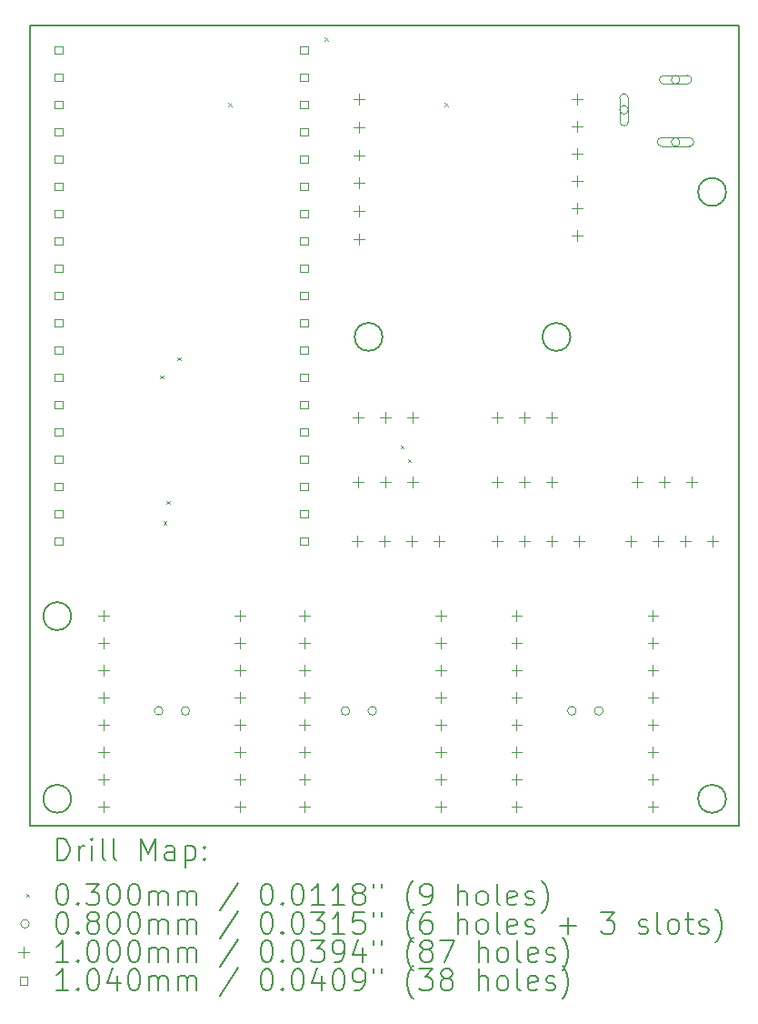
<source format=gbr>
%TF.GenerationSoftware,KiCad,Pcbnew,8.0.2*%
%TF.CreationDate,2024-11-11T15:44:15-05:00*%
%TF.ProjectId,PTZ_Camera_Head,50545a5f-4361-46d6-9572-615f48656164,rev?*%
%TF.SameCoordinates,Original*%
%TF.FileFunction,Drillmap*%
%TF.FilePolarity,Positive*%
%FSLAX45Y45*%
G04 Gerber Fmt 4.5, Leading zero omitted, Abs format (unit mm)*
G04 Created by KiCad (PCBNEW 8.0.2) date 2024-11-11 15:44:15*
%MOMM*%
%LPD*%
G01*
G04 APERTURE LIST*
%ADD10C,0.200000*%
%ADD11C,0.100000*%
%ADD12C,0.104000*%
G04 APERTURE END LIST*
D10*
X13180000Y-10500000D02*
G75*
G02*
X12920000Y-10500000I-130000J0D01*
G01*
X12920000Y-10500000D02*
G75*
G02*
X13180000Y-10500000I130000J0D01*
G01*
X19280000Y-6550000D02*
G75*
G02*
X19020000Y-6550000I-130000J0D01*
G01*
X19020000Y-6550000D02*
G75*
G02*
X19280000Y-6550000I130000J0D01*
G01*
X12800000Y-5000000D02*
X19400000Y-5000000D01*
X19400000Y-12450000D01*
X12800000Y-12450000D01*
X12800000Y-5000000D01*
X13180000Y-12200000D02*
G75*
G02*
X12920000Y-12200000I-130000J0D01*
G01*
X12920000Y-12200000D02*
G75*
G02*
X13180000Y-12200000I130000J0D01*
G01*
X17830000Y-7900000D02*
G75*
G02*
X17570000Y-7900000I-130000J0D01*
G01*
X17570000Y-7900000D02*
G75*
G02*
X17830000Y-7900000I130000J0D01*
G01*
X16080000Y-7900000D02*
G75*
G02*
X15820000Y-7900000I-130000J0D01*
G01*
X15820000Y-7900000D02*
G75*
G02*
X16080000Y-7900000I130000J0D01*
G01*
X19280000Y-12200000D02*
G75*
G02*
X19020000Y-12200000I-130000J0D01*
G01*
X19020000Y-12200000D02*
G75*
G02*
X19280000Y-12200000I130000J0D01*
G01*
D11*
X14010910Y-8256140D02*
X14040910Y-8286140D01*
X14040910Y-8256140D02*
X14010910Y-8286140D01*
X14040320Y-9618750D02*
X14070320Y-9648750D01*
X14070320Y-9618750D02*
X14040320Y-9648750D01*
X14066140Y-9427710D02*
X14096140Y-9457710D01*
X14096140Y-9427710D02*
X14066140Y-9457710D01*
X14167930Y-8089940D02*
X14197930Y-8119940D01*
X14197930Y-8089940D02*
X14167930Y-8119940D01*
X14645900Y-5722000D02*
X14675900Y-5752000D01*
X14675900Y-5722000D02*
X14645900Y-5752000D01*
X15543540Y-5110420D02*
X15573540Y-5140420D01*
X15573540Y-5110420D02*
X15543540Y-5140420D01*
X16248180Y-8908370D02*
X16278180Y-8938370D01*
X16278180Y-8908370D02*
X16248180Y-8938370D01*
X16315740Y-9035200D02*
X16345740Y-9065200D01*
X16345740Y-9035200D02*
X16315740Y-9065200D01*
X16660710Y-5722000D02*
X16690710Y-5752000D01*
X16690710Y-5722000D02*
X16660710Y-5752000D01*
X14034490Y-11381000D02*
G75*
G02*
X13954490Y-11381000I-40000J0D01*
G01*
X13954490Y-11381000D02*
G75*
G02*
X14034490Y-11381000I40000J0D01*
G01*
X14284490Y-11381000D02*
G75*
G02*
X14204490Y-11381000I-40000J0D01*
G01*
X14204490Y-11381000D02*
G75*
G02*
X14284490Y-11381000I40000J0D01*
G01*
X15775000Y-11381000D02*
G75*
G02*
X15695000Y-11381000I-40000J0D01*
G01*
X15695000Y-11381000D02*
G75*
G02*
X15775000Y-11381000I40000J0D01*
G01*
X16025000Y-11381000D02*
G75*
G02*
X15945000Y-11381000I-40000J0D01*
G01*
X15945000Y-11381000D02*
G75*
G02*
X16025000Y-11381000I40000J0D01*
G01*
X17884490Y-11381000D02*
G75*
G02*
X17804490Y-11381000I-40000J0D01*
G01*
X17804490Y-11381000D02*
G75*
G02*
X17884490Y-11381000I40000J0D01*
G01*
X18134490Y-11381000D02*
G75*
G02*
X18054490Y-11381000I-40000J0D01*
G01*
X18054490Y-11381000D02*
G75*
G02*
X18134490Y-11381000I40000J0D01*
G01*
X18370000Y-5785000D02*
G75*
G02*
X18290000Y-5785000I-40000J0D01*
G01*
X18290000Y-5785000D02*
G75*
G02*
X18370000Y-5785000I40000J0D01*
G01*
X18290000Y-5675000D02*
X18290000Y-5895000D01*
X18370000Y-5895000D02*
G75*
G02*
X18290000Y-5895000I-40000J0D01*
G01*
X18370000Y-5895000D02*
X18370000Y-5675000D01*
X18370000Y-5675000D02*
G75*
G03*
X18290000Y-5675000I-40000J0D01*
G01*
X18850000Y-5505000D02*
G75*
G02*
X18770000Y-5505000I-40000J0D01*
G01*
X18770000Y-5505000D02*
G75*
G02*
X18850000Y-5505000I40000J0D01*
G01*
X18920000Y-5465000D02*
X18700000Y-5465000D01*
X18700000Y-5545000D02*
G75*
G02*
X18700000Y-5465000I0J40000D01*
G01*
X18700000Y-5545000D02*
X18920000Y-5545000D01*
X18920000Y-5545000D02*
G75*
G03*
X18920000Y-5465000I0J40000D01*
G01*
X18850000Y-6085000D02*
G75*
G02*
X18770000Y-6085000I-40000J0D01*
G01*
X18770000Y-6085000D02*
G75*
G02*
X18850000Y-6085000I40000J0D01*
G01*
X18940000Y-6045000D02*
X18680000Y-6045000D01*
X18680000Y-6125000D02*
G75*
G02*
X18680000Y-6045000I0J40000D01*
G01*
X18680000Y-6125000D02*
X18940000Y-6125000D01*
X18940000Y-6125000D02*
G75*
G03*
X18940000Y-6045000I0J40000D01*
G01*
X13480000Y-10442000D02*
X13480000Y-10542000D01*
X13430000Y-10492000D02*
X13530000Y-10492000D01*
X13480000Y-10696000D02*
X13480000Y-10796000D01*
X13430000Y-10746000D02*
X13530000Y-10746000D01*
X13480000Y-10950000D02*
X13480000Y-11050000D01*
X13430000Y-11000000D02*
X13530000Y-11000000D01*
X13480000Y-11204000D02*
X13480000Y-11304000D01*
X13430000Y-11254000D02*
X13530000Y-11254000D01*
X13480000Y-11458000D02*
X13480000Y-11558000D01*
X13430000Y-11508000D02*
X13530000Y-11508000D01*
X13480000Y-11712000D02*
X13480000Y-11812000D01*
X13430000Y-11762000D02*
X13530000Y-11762000D01*
X13480000Y-11966000D02*
X13480000Y-12066000D01*
X13430000Y-12016000D02*
X13530000Y-12016000D01*
X13480000Y-12220000D02*
X13480000Y-12320000D01*
X13430000Y-12270000D02*
X13530000Y-12270000D01*
X14750000Y-10442000D02*
X14750000Y-10542000D01*
X14700000Y-10492000D02*
X14800000Y-10492000D01*
X14750000Y-10696000D02*
X14750000Y-10796000D01*
X14700000Y-10746000D02*
X14800000Y-10746000D01*
X14750000Y-10950000D02*
X14750000Y-11050000D01*
X14700000Y-11000000D02*
X14800000Y-11000000D01*
X14750000Y-11204000D02*
X14750000Y-11304000D01*
X14700000Y-11254000D02*
X14800000Y-11254000D01*
X14750000Y-11458000D02*
X14750000Y-11558000D01*
X14700000Y-11508000D02*
X14800000Y-11508000D01*
X14750000Y-11712000D02*
X14750000Y-11812000D01*
X14700000Y-11762000D02*
X14800000Y-11762000D01*
X14750000Y-11966000D02*
X14750000Y-12066000D01*
X14700000Y-12016000D02*
X14800000Y-12016000D01*
X14750000Y-12220000D02*
X14750000Y-12320000D01*
X14700000Y-12270000D02*
X14800000Y-12270000D01*
X15350000Y-10442000D02*
X15350000Y-10542000D01*
X15300000Y-10492000D02*
X15400000Y-10492000D01*
X15350000Y-10696000D02*
X15350000Y-10796000D01*
X15300000Y-10746000D02*
X15400000Y-10746000D01*
X15350000Y-10950000D02*
X15350000Y-11050000D01*
X15300000Y-11000000D02*
X15400000Y-11000000D01*
X15350000Y-11204000D02*
X15350000Y-11304000D01*
X15300000Y-11254000D02*
X15400000Y-11254000D01*
X15350000Y-11458000D02*
X15350000Y-11558000D01*
X15300000Y-11508000D02*
X15400000Y-11508000D01*
X15350000Y-11712000D02*
X15350000Y-11812000D01*
X15300000Y-11762000D02*
X15400000Y-11762000D01*
X15350000Y-11966000D02*
X15350000Y-12066000D01*
X15300000Y-12016000D02*
X15400000Y-12016000D01*
X15350000Y-12220000D02*
X15350000Y-12320000D01*
X15300000Y-12270000D02*
X15400000Y-12270000D01*
X15842000Y-9750000D02*
X15842000Y-9850000D01*
X15792000Y-9800000D02*
X15892000Y-9800000D01*
X15850000Y-8600000D02*
X15850000Y-8700000D01*
X15800000Y-8650000D02*
X15900000Y-8650000D01*
X15852500Y-9200000D02*
X15852500Y-9300000D01*
X15802500Y-9250000D02*
X15902500Y-9250000D01*
X15864000Y-5637500D02*
X15864000Y-5737500D01*
X15814000Y-5687500D02*
X15914000Y-5687500D01*
X15864000Y-5897500D02*
X15864000Y-5997500D01*
X15814000Y-5947500D02*
X15914000Y-5947500D01*
X15864000Y-6157500D02*
X15864000Y-6257500D01*
X15814000Y-6207500D02*
X15914000Y-6207500D01*
X15864000Y-6417500D02*
X15864000Y-6517500D01*
X15814000Y-6467500D02*
X15914000Y-6467500D01*
X15864000Y-6677500D02*
X15864000Y-6777500D01*
X15814000Y-6727500D02*
X15914000Y-6727500D01*
X15864000Y-6937500D02*
X15864000Y-7037500D01*
X15814000Y-6987500D02*
X15914000Y-6987500D01*
X16096000Y-9750000D02*
X16096000Y-9850000D01*
X16046000Y-9800000D02*
X16146000Y-9800000D01*
X16104000Y-8600000D02*
X16104000Y-8700000D01*
X16054000Y-8650000D02*
X16154000Y-8650000D01*
X16106500Y-9200000D02*
X16106500Y-9300000D01*
X16056500Y-9250000D02*
X16156500Y-9250000D01*
X16350000Y-9750000D02*
X16350000Y-9850000D01*
X16300000Y-9800000D02*
X16400000Y-9800000D01*
X16358000Y-8600000D02*
X16358000Y-8700000D01*
X16308000Y-8650000D02*
X16408000Y-8650000D01*
X16360500Y-9200000D02*
X16360500Y-9300000D01*
X16310500Y-9250000D02*
X16410500Y-9250000D01*
X16604000Y-9750000D02*
X16604000Y-9850000D01*
X16554000Y-9800000D02*
X16654000Y-9800000D01*
X16620000Y-10442000D02*
X16620000Y-10542000D01*
X16570000Y-10492000D02*
X16670000Y-10492000D01*
X16620000Y-10696000D02*
X16620000Y-10796000D01*
X16570000Y-10746000D02*
X16670000Y-10746000D01*
X16620000Y-10950000D02*
X16620000Y-11050000D01*
X16570000Y-11000000D02*
X16670000Y-11000000D01*
X16620000Y-11204000D02*
X16620000Y-11304000D01*
X16570000Y-11254000D02*
X16670000Y-11254000D01*
X16620000Y-11458000D02*
X16620000Y-11558000D01*
X16570000Y-11508000D02*
X16670000Y-11508000D01*
X16620000Y-11712000D02*
X16620000Y-11812000D01*
X16570000Y-11762000D02*
X16670000Y-11762000D01*
X16620000Y-11966000D02*
X16620000Y-12066000D01*
X16570000Y-12016000D02*
X16670000Y-12016000D01*
X16620000Y-12220000D02*
X16620000Y-12320000D01*
X16570000Y-12270000D02*
X16670000Y-12270000D01*
X17146000Y-9750000D02*
X17146000Y-9850000D01*
X17096000Y-9800000D02*
X17196000Y-9800000D01*
X17150000Y-8600000D02*
X17150000Y-8700000D01*
X17100000Y-8650000D02*
X17200000Y-8650000D01*
X17150000Y-9200000D02*
X17150000Y-9300000D01*
X17100000Y-9250000D02*
X17200000Y-9250000D01*
X17330000Y-10442000D02*
X17330000Y-10542000D01*
X17280000Y-10492000D02*
X17380000Y-10492000D01*
X17330000Y-10696000D02*
X17330000Y-10796000D01*
X17280000Y-10746000D02*
X17380000Y-10746000D01*
X17330000Y-10950000D02*
X17330000Y-11050000D01*
X17280000Y-11000000D02*
X17380000Y-11000000D01*
X17330000Y-11204000D02*
X17330000Y-11304000D01*
X17280000Y-11254000D02*
X17380000Y-11254000D01*
X17330000Y-11458000D02*
X17330000Y-11558000D01*
X17280000Y-11508000D02*
X17380000Y-11508000D01*
X17330000Y-11712000D02*
X17330000Y-11812000D01*
X17280000Y-11762000D02*
X17380000Y-11762000D01*
X17330000Y-11966000D02*
X17330000Y-12066000D01*
X17280000Y-12016000D02*
X17380000Y-12016000D01*
X17330000Y-12220000D02*
X17330000Y-12320000D01*
X17280000Y-12270000D02*
X17380000Y-12270000D01*
X17400000Y-9750000D02*
X17400000Y-9850000D01*
X17350000Y-9800000D02*
X17450000Y-9800000D01*
X17404000Y-8600000D02*
X17404000Y-8700000D01*
X17354000Y-8650000D02*
X17454000Y-8650000D01*
X17404000Y-9200000D02*
X17404000Y-9300000D01*
X17354000Y-9250000D02*
X17454000Y-9250000D01*
X17654000Y-9750000D02*
X17654000Y-9850000D01*
X17604000Y-9800000D02*
X17704000Y-9800000D01*
X17658000Y-8600000D02*
X17658000Y-8700000D01*
X17608000Y-8650000D02*
X17708000Y-8650000D01*
X17658000Y-9200000D02*
X17658000Y-9300000D01*
X17608000Y-9250000D02*
X17708000Y-9250000D01*
X17896000Y-5637500D02*
X17896000Y-5737500D01*
X17846000Y-5687500D02*
X17946000Y-5687500D01*
X17896000Y-5891500D02*
X17896000Y-5991500D01*
X17846000Y-5941500D02*
X17946000Y-5941500D01*
X17896000Y-6145500D02*
X17896000Y-6245500D01*
X17846000Y-6195500D02*
X17946000Y-6195500D01*
X17896000Y-6399500D02*
X17896000Y-6499500D01*
X17846000Y-6449500D02*
X17946000Y-6449500D01*
X17896000Y-6653500D02*
X17896000Y-6753500D01*
X17846000Y-6703500D02*
X17946000Y-6703500D01*
X17896000Y-6907500D02*
X17896000Y-7007500D01*
X17846000Y-6957500D02*
X17946000Y-6957500D01*
X17908000Y-9750000D02*
X17908000Y-9850000D01*
X17858000Y-9800000D02*
X17958000Y-9800000D01*
X18392000Y-9750000D02*
X18392000Y-9850000D01*
X18342000Y-9800000D02*
X18442000Y-9800000D01*
X18450000Y-9200000D02*
X18450000Y-9300000D01*
X18400000Y-9250000D02*
X18500000Y-9250000D01*
X18600000Y-10442000D02*
X18600000Y-10542000D01*
X18550000Y-10492000D02*
X18650000Y-10492000D01*
X18600000Y-10696000D02*
X18600000Y-10796000D01*
X18550000Y-10746000D02*
X18650000Y-10746000D01*
X18600000Y-10950000D02*
X18600000Y-11050000D01*
X18550000Y-11000000D02*
X18650000Y-11000000D01*
X18600000Y-11204000D02*
X18600000Y-11304000D01*
X18550000Y-11254000D02*
X18650000Y-11254000D01*
X18600000Y-11458000D02*
X18600000Y-11558000D01*
X18550000Y-11508000D02*
X18650000Y-11508000D01*
X18600000Y-11712000D02*
X18600000Y-11812000D01*
X18550000Y-11762000D02*
X18650000Y-11762000D01*
X18600000Y-11966000D02*
X18600000Y-12066000D01*
X18550000Y-12016000D02*
X18650000Y-12016000D01*
X18600000Y-12220000D02*
X18600000Y-12320000D01*
X18550000Y-12270000D02*
X18650000Y-12270000D01*
X18646000Y-9750000D02*
X18646000Y-9850000D01*
X18596000Y-9800000D02*
X18696000Y-9800000D01*
X18704000Y-9200000D02*
X18704000Y-9300000D01*
X18654000Y-9250000D02*
X18754000Y-9250000D01*
X18900000Y-9750000D02*
X18900000Y-9850000D01*
X18850000Y-9800000D02*
X18950000Y-9800000D01*
X18958000Y-9200000D02*
X18958000Y-9300000D01*
X18908000Y-9250000D02*
X19008000Y-9250000D01*
X19154000Y-9750000D02*
X19154000Y-9850000D01*
X19104000Y-9800000D02*
X19204000Y-9800000D01*
D12*
X13100770Y-5264770D02*
X13100770Y-5191230D01*
X13027230Y-5191230D01*
X13027230Y-5264770D01*
X13100770Y-5264770D01*
X13100770Y-5518770D02*
X13100770Y-5445230D01*
X13027230Y-5445230D01*
X13027230Y-5518770D01*
X13100770Y-5518770D01*
X13100770Y-5772770D02*
X13100770Y-5699230D01*
X13027230Y-5699230D01*
X13027230Y-5772770D01*
X13100770Y-5772770D01*
X13100770Y-6026770D02*
X13100770Y-5953230D01*
X13027230Y-5953230D01*
X13027230Y-6026770D01*
X13100770Y-6026770D01*
X13100770Y-6280770D02*
X13100770Y-6207230D01*
X13027230Y-6207230D01*
X13027230Y-6280770D01*
X13100770Y-6280770D01*
X13100770Y-6534770D02*
X13100770Y-6461230D01*
X13027230Y-6461230D01*
X13027230Y-6534770D01*
X13100770Y-6534770D01*
X13100770Y-6788770D02*
X13100770Y-6715230D01*
X13027230Y-6715230D01*
X13027230Y-6788770D01*
X13100770Y-6788770D01*
X13100770Y-7042770D02*
X13100770Y-6969230D01*
X13027230Y-6969230D01*
X13027230Y-7042770D01*
X13100770Y-7042770D01*
X13100770Y-7296770D02*
X13100770Y-7223230D01*
X13027230Y-7223230D01*
X13027230Y-7296770D01*
X13100770Y-7296770D01*
X13100770Y-7550770D02*
X13100770Y-7477230D01*
X13027230Y-7477230D01*
X13027230Y-7550770D01*
X13100770Y-7550770D01*
X13100770Y-7804770D02*
X13100770Y-7731230D01*
X13027230Y-7731230D01*
X13027230Y-7804770D01*
X13100770Y-7804770D01*
X13100770Y-8058770D02*
X13100770Y-7985230D01*
X13027230Y-7985230D01*
X13027230Y-8058770D01*
X13100770Y-8058770D01*
X13100770Y-8312770D02*
X13100770Y-8239230D01*
X13027230Y-8239230D01*
X13027230Y-8312770D01*
X13100770Y-8312770D01*
X13100770Y-8566770D02*
X13100770Y-8493230D01*
X13027230Y-8493230D01*
X13027230Y-8566770D01*
X13100770Y-8566770D01*
X13100770Y-8820770D02*
X13100770Y-8747230D01*
X13027230Y-8747230D01*
X13027230Y-8820770D01*
X13100770Y-8820770D01*
X13100770Y-9074770D02*
X13100770Y-9001230D01*
X13027230Y-9001230D01*
X13027230Y-9074770D01*
X13100770Y-9074770D01*
X13100770Y-9328770D02*
X13100770Y-9255230D01*
X13027230Y-9255230D01*
X13027230Y-9328770D01*
X13100770Y-9328770D01*
X13100770Y-9582770D02*
X13100770Y-9509230D01*
X13027230Y-9509230D01*
X13027230Y-9582770D01*
X13100770Y-9582770D01*
X13100770Y-9836770D02*
X13100770Y-9763230D01*
X13027230Y-9763230D01*
X13027230Y-9836770D01*
X13100770Y-9836770D01*
X15386770Y-5264770D02*
X15386770Y-5191230D01*
X15313230Y-5191230D01*
X15313230Y-5264770D01*
X15386770Y-5264770D01*
X15386770Y-5518770D02*
X15386770Y-5445230D01*
X15313230Y-5445230D01*
X15313230Y-5518770D01*
X15386770Y-5518770D01*
X15386770Y-5772770D02*
X15386770Y-5699230D01*
X15313230Y-5699230D01*
X15313230Y-5772770D01*
X15386770Y-5772770D01*
X15386770Y-6026770D02*
X15386770Y-5953230D01*
X15313230Y-5953230D01*
X15313230Y-6026770D01*
X15386770Y-6026770D01*
X15386770Y-6280770D02*
X15386770Y-6207230D01*
X15313230Y-6207230D01*
X15313230Y-6280770D01*
X15386770Y-6280770D01*
X15386770Y-6534770D02*
X15386770Y-6461230D01*
X15313230Y-6461230D01*
X15313230Y-6534770D01*
X15386770Y-6534770D01*
X15386770Y-6788770D02*
X15386770Y-6715230D01*
X15313230Y-6715230D01*
X15313230Y-6788770D01*
X15386770Y-6788770D01*
X15386770Y-7042770D02*
X15386770Y-6969230D01*
X15313230Y-6969230D01*
X15313230Y-7042770D01*
X15386770Y-7042770D01*
X15386770Y-7296770D02*
X15386770Y-7223230D01*
X15313230Y-7223230D01*
X15313230Y-7296770D01*
X15386770Y-7296770D01*
X15386770Y-7550770D02*
X15386770Y-7477230D01*
X15313230Y-7477230D01*
X15313230Y-7550770D01*
X15386770Y-7550770D01*
X15386770Y-7804770D02*
X15386770Y-7731230D01*
X15313230Y-7731230D01*
X15313230Y-7804770D01*
X15386770Y-7804770D01*
X15386770Y-8058770D02*
X15386770Y-7985230D01*
X15313230Y-7985230D01*
X15313230Y-8058770D01*
X15386770Y-8058770D01*
X15386770Y-8312770D02*
X15386770Y-8239230D01*
X15313230Y-8239230D01*
X15313230Y-8312770D01*
X15386770Y-8312770D01*
X15386770Y-8566770D02*
X15386770Y-8493230D01*
X15313230Y-8493230D01*
X15313230Y-8566770D01*
X15386770Y-8566770D01*
X15386770Y-8820770D02*
X15386770Y-8747230D01*
X15313230Y-8747230D01*
X15313230Y-8820770D01*
X15386770Y-8820770D01*
X15386770Y-9074770D02*
X15386770Y-9001230D01*
X15313230Y-9001230D01*
X15313230Y-9074770D01*
X15386770Y-9074770D01*
X15386770Y-9328770D02*
X15386770Y-9255230D01*
X15313230Y-9255230D01*
X15313230Y-9328770D01*
X15386770Y-9328770D01*
X15386770Y-9582770D02*
X15386770Y-9509230D01*
X15313230Y-9509230D01*
X15313230Y-9582770D01*
X15386770Y-9582770D01*
X15386770Y-9836770D02*
X15386770Y-9763230D01*
X15313230Y-9763230D01*
X15313230Y-9836770D01*
X15386770Y-9836770D01*
D10*
X13050777Y-12771484D02*
X13050777Y-12571484D01*
X13050777Y-12571484D02*
X13098396Y-12571484D01*
X13098396Y-12571484D02*
X13126967Y-12581008D01*
X13126967Y-12581008D02*
X13146015Y-12600055D01*
X13146015Y-12600055D02*
X13155539Y-12619103D01*
X13155539Y-12619103D02*
X13165062Y-12657198D01*
X13165062Y-12657198D02*
X13165062Y-12685769D01*
X13165062Y-12685769D02*
X13155539Y-12723865D01*
X13155539Y-12723865D02*
X13146015Y-12742912D01*
X13146015Y-12742912D02*
X13126967Y-12761960D01*
X13126967Y-12761960D02*
X13098396Y-12771484D01*
X13098396Y-12771484D02*
X13050777Y-12771484D01*
X13250777Y-12771484D02*
X13250777Y-12638150D01*
X13250777Y-12676246D02*
X13260301Y-12657198D01*
X13260301Y-12657198D02*
X13269824Y-12647674D01*
X13269824Y-12647674D02*
X13288872Y-12638150D01*
X13288872Y-12638150D02*
X13307920Y-12638150D01*
X13374586Y-12771484D02*
X13374586Y-12638150D01*
X13374586Y-12571484D02*
X13365062Y-12581008D01*
X13365062Y-12581008D02*
X13374586Y-12590531D01*
X13374586Y-12590531D02*
X13384110Y-12581008D01*
X13384110Y-12581008D02*
X13374586Y-12571484D01*
X13374586Y-12571484D02*
X13374586Y-12590531D01*
X13498396Y-12771484D02*
X13479348Y-12761960D01*
X13479348Y-12761960D02*
X13469824Y-12742912D01*
X13469824Y-12742912D02*
X13469824Y-12571484D01*
X13603158Y-12771484D02*
X13584110Y-12761960D01*
X13584110Y-12761960D02*
X13574586Y-12742912D01*
X13574586Y-12742912D02*
X13574586Y-12571484D01*
X13831729Y-12771484D02*
X13831729Y-12571484D01*
X13831729Y-12571484D02*
X13898396Y-12714341D01*
X13898396Y-12714341D02*
X13965062Y-12571484D01*
X13965062Y-12571484D02*
X13965062Y-12771484D01*
X14146015Y-12771484D02*
X14146015Y-12666722D01*
X14146015Y-12666722D02*
X14136491Y-12647674D01*
X14136491Y-12647674D02*
X14117443Y-12638150D01*
X14117443Y-12638150D02*
X14079348Y-12638150D01*
X14079348Y-12638150D02*
X14060301Y-12647674D01*
X14146015Y-12761960D02*
X14126967Y-12771484D01*
X14126967Y-12771484D02*
X14079348Y-12771484D01*
X14079348Y-12771484D02*
X14060301Y-12761960D01*
X14060301Y-12761960D02*
X14050777Y-12742912D01*
X14050777Y-12742912D02*
X14050777Y-12723865D01*
X14050777Y-12723865D02*
X14060301Y-12704817D01*
X14060301Y-12704817D02*
X14079348Y-12695293D01*
X14079348Y-12695293D02*
X14126967Y-12695293D01*
X14126967Y-12695293D02*
X14146015Y-12685769D01*
X14241253Y-12638150D02*
X14241253Y-12838150D01*
X14241253Y-12647674D02*
X14260301Y-12638150D01*
X14260301Y-12638150D02*
X14298396Y-12638150D01*
X14298396Y-12638150D02*
X14317443Y-12647674D01*
X14317443Y-12647674D02*
X14326967Y-12657198D01*
X14326967Y-12657198D02*
X14336491Y-12676246D01*
X14336491Y-12676246D02*
X14336491Y-12733388D01*
X14336491Y-12733388D02*
X14326967Y-12752436D01*
X14326967Y-12752436D02*
X14317443Y-12761960D01*
X14317443Y-12761960D02*
X14298396Y-12771484D01*
X14298396Y-12771484D02*
X14260301Y-12771484D01*
X14260301Y-12771484D02*
X14241253Y-12761960D01*
X14422205Y-12752436D02*
X14431729Y-12761960D01*
X14431729Y-12761960D02*
X14422205Y-12771484D01*
X14422205Y-12771484D02*
X14412682Y-12761960D01*
X14412682Y-12761960D02*
X14422205Y-12752436D01*
X14422205Y-12752436D02*
X14422205Y-12771484D01*
X14422205Y-12647674D02*
X14431729Y-12657198D01*
X14431729Y-12657198D02*
X14422205Y-12666722D01*
X14422205Y-12666722D02*
X14412682Y-12657198D01*
X14412682Y-12657198D02*
X14422205Y-12647674D01*
X14422205Y-12647674D02*
X14422205Y-12666722D01*
D11*
X12760000Y-13085000D02*
X12790000Y-13115000D01*
X12790000Y-13085000D02*
X12760000Y-13115000D01*
D10*
X13088872Y-12991484D02*
X13107920Y-12991484D01*
X13107920Y-12991484D02*
X13126967Y-13001008D01*
X13126967Y-13001008D02*
X13136491Y-13010531D01*
X13136491Y-13010531D02*
X13146015Y-13029579D01*
X13146015Y-13029579D02*
X13155539Y-13067674D01*
X13155539Y-13067674D02*
X13155539Y-13115293D01*
X13155539Y-13115293D02*
X13146015Y-13153388D01*
X13146015Y-13153388D02*
X13136491Y-13172436D01*
X13136491Y-13172436D02*
X13126967Y-13181960D01*
X13126967Y-13181960D02*
X13107920Y-13191484D01*
X13107920Y-13191484D02*
X13088872Y-13191484D01*
X13088872Y-13191484D02*
X13069824Y-13181960D01*
X13069824Y-13181960D02*
X13060301Y-13172436D01*
X13060301Y-13172436D02*
X13050777Y-13153388D01*
X13050777Y-13153388D02*
X13041253Y-13115293D01*
X13041253Y-13115293D02*
X13041253Y-13067674D01*
X13041253Y-13067674D02*
X13050777Y-13029579D01*
X13050777Y-13029579D02*
X13060301Y-13010531D01*
X13060301Y-13010531D02*
X13069824Y-13001008D01*
X13069824Y-13001008D02*
X13088872Y-12991484D01*
X13241253Y-13172436D02*
X13250777Y-13181960D01*
X13250777Y-13181960D02*
X13241253Y-13191484D01*
X13241253Y-13191484D02*
X13231729Y-13181960D01*
X13231729Y-13181960D02*
X13241253Y-13172436D01*
X13241253Y-13172436D02*
X13241253Y-13191484D01*
X13317443Y-12991484D02*
X13441253Y-12991484D01*
X13441253Y-12991484D02*
X13374586Y-13067674D01*
X13374586Y-13067674D02*
X13403158Y-13067674D01*
X13403158Y-13067674D02*
X13422205Y-13077198D01*
X13422205Y-13077198D02*
X13431729Y-13086722D01*
X13431729Y-13086722D02*
X13441253Y-13105769D01*
X13441253Y-13105769D02*
X13441253Y-13153388D01*
X13441253Y-13153388D02*
X13431729Y-13172436D01*
X13431729Y-13172436D02*
X13422205Y-13181960D01*
X13422205Y-13181960D02*
X13403158Y-13191484D01*
X13403158Y-13191484D02*
X13346015Y-13191484D01*
X13346015Y-13191484D02*
X13326967Y-13181960D01*
X13326967Y-13181960D02*
X13317443Y-13172436D01*
X13565062Y-12991484D02*
X13584110Y-12991484D01*
X13584110Y-12991484D02*
X13603158Y-13001008D01*
X13603158Y-13001008D02*
X13612682Y-13010531D01*
X13612682Y-13010531D02*
X13622205Y-13029579D01*
X13622205Y-13029579D02*
X13631729Y-13067674D01*
X13631729Y-13067674D02*
X13631729Y-13115293D01*
X13631729Y-13115293D02*
X13622205Y-13153388D01*
X13622205Y-13153388D02*
X13612682Y-13172436D01*
X13612682Y-13172436D02*
X13603158Y-13181960D01*
X13603158Y-13181960D02*
X13584110Y-13191484D01*
X13584110Y-13191484D02*
X13565062Y-13191484D01*
X13565062Y-13191484D02*
X13546015Y-13181960D01*
X13546015Y-13181960D02*
X13536491Y-13172436D01*
X13536491Y-13172436D02*
X13526967Y-13153388D01*
X13526967Y-13153388D02*
X13517443Y-13115293D01*
X13517443Y-13115293D02*
X13517443Y-13067674D01*
X13517443Y-13067674D02*
X13526967Y-13029579D01*
X13526967Y-13029579D02*
X13536491Y-13010531D01*
X13536491Y-13010531D02*
X13546015Y-13001008D01*
X13546015Y-13001008D02*
X13565062Y-12991484D01*
X13755539Y-12991484D02*
X13774586Y-12991484D01*
X13774586Y-12991484D02*
X13793634Y-13001008D01*
X13793634Y-13001008D02*
X13803158Y-13010531D01*
X13803158Y-13010531D02*
X13812682Y-13029579D01*
X13812682Y-13029579D02*
X13822205Y-13067674D01*
X13822205Y-13067674D02*
X13822205Y-13115293D01*
X13822205Y-13115293D02*
X13812682Y-13153388D01*
X13812682Y-13153388D02*
X13803158Y-13172436D01*
X13803158Y-13172436D02*
X13793634Y-13181960D01*
X13793634Y-13181960D02*
X13774586Y-13191484D01*
X13774586Y-13191484D02*
X13755539Y-13191484D01*
X13755539Y-13191484D02*
X13736491Y-13181960D01*
X13736491Y-13181960D02*
X13726967Y-13172436D01*
X13726967Y-13172436D02*
X13717443Y-13153388D01*
X13717443Y-13153388D02*
X13707920Y-13115293D01*
X13707920Y-13115293D02*
X13707920Y-13067674D01*
X13707920Y-13067674D02*
X13717443Y-13029579D01*
X13717443Y-13029579D02*
X13726967Y-13010531D01*
X13726967Y-13010531D02*
X13736491Y-13001008D01*
X13736491Y-13001008D02*
X13755539Y-12991484D01*
X13907920Y-13191484D02*
X13907920Y-13058150D01*
X13907920Y-13077198D02*
X13917443Y-13067674D01*
X13917443Y-13067674D02*
X13936491Y-13058150D01*
X13936491Y-13058150D02*
X13965063Y-13058150D01*
X13965063Y-13058150D02*
X13984110Y-13067674D01*
X13984110Y-13067674D02*
X13993634Y-13086722D01*
X13993634Y-13086722D02*
X13993634Y-13191484D01*
X13993634Y-13086722D02*
X14003158Y-13067674D01*
X14003158Y-13067674D02*
X14022205Y-13058150D01*
X14022205Y-13058150D02*
X14050777Y-13058150D01*
X14050777Y-13058150D02*
X14069824Y-13067674D01*
X14069824Y-13067674D02*
X14079348Y-13086722D01*
X14079348Y-13086722D02*
X14079348Y-13191484D01*
X14174586Y-13191484D02*
X14174586Y-13058150D01*
X14174586Y-13077198D02*
X14184110Y-13067674D01*
X14184110Y-13067674D02*
X14203158Y-13058150D01*
X14203158Y-13058150D02*
X14231729Y-13058150D01*
X14231729Y-13058150D02*
X14250777Y-13067674D01*
X14250777Y-13067674D02*
X14260301Y-13086722D01*
X14260301Y-13086722D02*
X14260301Y-13191484D01*
X14260301Y-13086722D02*
X14269824Y-13067674D01*
X14269824Y-13067674D02*
X14288872Y-13058150D01*
X14288872Y-13058150D02*
X14317443Y-13058150D01*
X14317443Y-13058150D02*
X14336491Y-13067674D01*
X14336491Y-13067674D02*
X14346015Y-13086722D01*
X14346015Y-13086722D02*
X14346015Y-13191484D01*
X14736491Y-12981960D02*
X14565063Y-13239103D01*
X14993634Y-12991484D02*
X15012682Y-12991484D01*
X15012682Y-12991484D02*
X15031729Y-13001008D01*
X15031729Y-13001008D02*
X15041253Y-13010531D01*
X15041253Y-13010531D02*
X15050777Y-13029579D01*
X15050777Y-13029579D02*
X15060301Y-13067674D01*
X15060301Y-13067674D02*
X15060301Y-13115293D01*
X15060301Y-13115293D02*
X15050777Y-13153388D01*
X15050777Y-13153388D02*
X15041253Y-13172436D01*
X15041253Y-13172436D02*
X15031729Y-13181960D01*
X15031729Y-13181960D02*
X15012682Y-13191484D01*
X15012682Y-13191484D02*
X14993634Y-13191484D01*
X14993634Y-13191484D02*
X14974586Y-13181960D01*
X14974586Y-13181960D02*
X14965063Y-13172436D01*
X14965063Y-13172436D02*
X14955539Y-13153388D01*
X14955539Y-13153388D02*
X14946015Y-13115293D01*
X14946015Y-13115293D02*
X14946015Y-13067674D01*
X14946015Y-13067674D02*
X14955539Y-13029579D01*
X14955539Y-13029579D02*
X14965063Y-13010531D01*
X14965063Y-13010531D02*
X14974586Y-13001008D01*
X14974586Y-13001008D02*
X14993634Y-12991484D01*
X15146015Y-13172436D02*
X15155539Y-13181960D01*
X15155539Y-13181960D02*
X15146015Y-13191484D01*
X15146015Y-13191484D02*
X15136491Y-13181960D01*
X15136491Y-13181960D02*
X15146015Y-13172436D01*
X15146015Y-13172436D02*
X15146015Y-13191484D01*
X15279348Y-12991484D02*
X15298396Y-12991484D01*
X15298396Y-12991484D02*
X15317444Y-13001008D01*
X15317444Y-13001008D02*
X15326967Y-13010531D01*
X15326967Y-13010531D02*
X15336491Y-13029579D01*
X15336491Y-13029579D02*
X15346015Y-13067674D01*
X15346015Y-13067674D02*
X15346015Y-13115293D01*
X15346015Y-13115293D02*
X15336491Y-13153388D01*
X15336491Y-13153388D02*
X15326967Y-13172436D01*
X15326967Y-13172436D02*
X15317444Y-13181960D01*
X15317444Y-13181960D02*
X15298396Y-13191484D01*
X15298396Y-13191484D02*
X15279348Y-13191484D01*
X15279348Y-13191484D02*
X15260301Y-13181960D01*
X15260301Y-13181960D02*
X15250777Y-13172436D01*
X15250777Y-13172436D02*
X15241253Y-13153388D01*
X15241253Y-13153388D02*
X15231729Y-13115293D01*
X15231729Y-13115293D02*
X15231729Y-13067674D01*
X15231729Y-13067674D02*
X15241253Y-13029579D01*
X15241253Y-13029579D02*
X15250777Y-13010531D01*
X15250777Y-13010531D02*
X15260301Y-13001008D01*
X15260301Y-13001008D02*
X15279348Y-12991484D01*
X15536491Y-13191484D02*
X15422206Y-13191484D01*
X15479348Y-13191484D02*
X15479348Y-12991484D01*
X15479348Y-12991484D02*
X15460301Y-13020055D01*
X15460301Y-13020055D02*
X15441253Y-13039103D01*
X15441253Y-13039103D02*
X15422206Y-13048627D01*
X15726967Y-13191484D02*
X15612682Y-13191484D01*
X15669825Y-13191484D02*
X15669825Y-12991484D01*
X15669825Y-12991484D02*
X15650777Y-13020055D01*
X15650777Y-13020055D02*
X15631729Y-13039103D01*
X15631729Y-13039103D02*
X15612682Y-13048627D01*
X15841253Y-13077198D02*
X15822206Y-13067674D01*
X15822206Y-13067674D02*
X15812682Y-13058150D01*
X15812682Y-13058150D02*
X15803158Y-13039103D01*
X15803158Y-13039103D02*
X15803158Y-13029579D01*
X15803158Y-13029579D02*
X15812682Y-13010531D01*
X15812682Y-13010531D02*
X15822206Y-13001008D01*
X15822206Y-13001008D02*
X15841253Y-12991484D01*
X15841253Y-12991484D02*
X15879348Y-12991484D01*
X15879348Y-12991484D02*
X15898396Y-13001008D01*
X15898396Y-13001008D02*
X15907920Y-13010531D01*
X15907920Y-13010531D02*
X15917444Y-13029579D01*
X15917444Y-13029579D02*
X15917444Y-13039103D01*
X15917444Y-13039103D02*
X15907920Y-13058150D01*
X15907920Y-13058150D02*
X15898396Y-13067674D01*
X15898396Y-13067674D02*
X15879348Y-13077198D01*
X15879348Y-13077198D02*
X15841253Y-13077198D01*
X15841253Y-13077198D02*
X15822206Y-13086722D01*
X15822206Y-13086722D02*
X15812682Y-13096246D01*
X15812682Y-13096246D02*
X15803158Y-13115293D01*
X15803158Y-13115293D02*
X15803158Y-13153388D01*
X15803158Y-13153388D02*
X15812682Y-13172436D01*
X15812682Y-13172436D02*
X15822206Y-13181960D01*
X15822206Y-13181960D02*
X15841253Y-13191484D01*
X15841253Y-13191484D02*
X15879348Y-13191484D01*
X15879348Y-13191484D02*
X15898396Y-13181960D01*
X15898396Y-13181960D02*
X15907920Y-13172436D01*
X15907920Y-13172436D02*
X15917444Y-13153388D01*
X15917444Y-13153388D02*
X15917444Y-13115293D01*
X15917444Y-13115293D02*
X15907920Y-13096246D01*
X15907920Y-13096246D02*
X15898396Y-13086722D01*
X15898396Y-13086722D02*
X15879348Y-13077198D01*
X15993634Y-12991484D02*
X15993634Y-13029579D01*
X16069825Y-12991484D02*
X16069825Y-13029579D01*
X16365063Y-13267674D02*
X16355539Y-13258150D01*
X16355539Y-13258150D02*
X16336491Y-13229579D01*
X16336491Y-13229579D02*
X16326968Y-13210531D01*
X16326968Y-13210531D02*
X16317444Y-13181960D01*
X16317444Y-13181960D02*
X16307920Y-13134341D01*
X16307920Y-13134341D02*
X16307920Y-13096246D01*
X16307920Y-13096246D02*
X16317444Y-13048627D01*
X16317444Y-13048627D02*
X16326968Y-13020055D01*
X16326968Y-13020055D02*
X16336491Y-13001008D01*
X16336491Y-13001008D02*
X16355539Y-12972436D01*
X16355539Y-12972436D02*
X16365063Y-12962912D01*
X16450777Y-13191484D02*
X16488872Y-13191484D01*
X16488872Y-13191484D02*
X16507920Y-13181960D01*
X16507920Y-13181960D02*
X16517444Y-13172436D01*
X16517444Y-13172436D02*
X16536491Y-13143865D01*
X16536491Y-13143865D02*
X16546015Y-13105769D01*
X16546015Y-13105769D02*
X16546015Y-13029579D01*
X16546015Y-13029579D02*
X16536491Y-13010531D01*
X16536491Y-13010531D02*
X16526968Y-13001008D01*
X16526968Y-13001008D02*
X16507920Y-12991484D01*
X16507920Y-12991484D02*
X16469825Y-12991484D01*
X16469825Y-12991484D02*
X16450777Y-13001008D01*
X16450777Y-13001008D02*
X16441253Y-13010531D01*
X16441253Y-13010531D02*
X16431729Y-13029579D01*
X16431729Y-13029579D02*
X16431729Y-13077198D01*
X16431729Y-13077198D02*
X16441253Y-13096246D01*
X16441253Y-13096246D02*
X16450777Y-13105769D01*
X16450777Y-13105769D02*
X16469825Y-13115293D01*
X16469825Y-13115293D02*
X16507920Y-13115293D01*
X16507920Y-13115293D02*
X16526968Y-13105769D01*
X16526968Y-13105769D02*
X16536491Y-13096246D01*
X16536491Y-13096246D02*
X16546015Y-13077198D01*
X16784111Y-13191484D02*
X16784111Y-12991484D01*
X16869825Y-13191484D02*
X16869825Y-13086722D01*
X16869825Y-13086722D02*
X16860301Y-13067674D01*
X16860301Y-13067674D02*
X16841253Y-13058150D01*
X16841253Y-13058150D02*
X16812682Y-13058150D01*
X16812682Y-13058150D02*
X16793634Y-13067674D01*
X16793634Y-13067674D02*
X16784111Y-13077198D01*
X16993634Y-13191484D02*
X16974587Y-13181960D01*
X16974587Y-13181960D02*
X16965063Y-13172436D01*
X16965063Y-13172436D02*
X16955539Y-13153388D01*
X16955539Y-13153388D02*
X16955539Y-13096246D01*
X16955539Y-13096246D02*
X16965063Y-13077198D01*
X16965063Y-13077198D02*
X16974587Y-13067674D01*
X16974587Y-13067674D02*
X16993634Y-13058150D01*
X16993634Y-13058150D02*
X17022206Y-13058150D01*
X17022206Y-13058150D02*
X17041253Y-13067674D01*
X17041253Y-13067674D02*
X17050777Y-13077198D01*
X17050777Y-13077198D02*
X17060301Y-13096246D01*
X17060301Y-13096246D02*
X17060301Y-13153388D01*
X17060301Y-13153388D02*
X17050777Y-13172436D01*
X17050777Y-13172436D02*
X17041253Y-13181960D01*
X17041253Y-13181960D02*
X17022206Y-13191484D01*
X17022206Y-13191484D02*
X16993634Y-13191484D01*
X17174587Y-13191484D02*
X17155539Y-13181960D01*
X17155539Y-13181960D02*
X17146015Y-13162912D01*
X17146015Y-13162912D02*
X17146015Y-12991484D01*
X17326968Y-13181960D02*
X17307920Y-13191484D01*
X17307920Y-13191484D02*
X17269825Y-13191484D01*
X17269825Y-13191484D02*
X17250777Y-13181960D01*
X17250777Y-13181960D02*
X17241253Y-13162912D01*
X17241253Y-13162912D02*
X17241253Y-13086722D01*
X17241253Y-13086722D02*
X17250777Y-13067674D01*
X17250777Y-13067674D02*
X17269825Y-13058150D01*
X17269825Y-13058150D02*
X17307920Y-13058150D01*
X17307920Y-13058150D02*
X17326968Y-13067674D01*
X17326968Y-13067674D02*
X17336492Y-13086722D01*
X17336492Y-13086722D02*
X17336492Y-13105769D01*
X17336492Y-13105769D02*
X17241253Y-13124817D01*
X17412682Y-13181960D02*
X17431730Y-13191484D01*
X17431730Y-13191484D02*
X17469825Y-13191484D01*
X17469825Y-13191484D02*
X17488873Y-13181960D01*
X17488873Y-13181960D02*
X17498396Y-13162912D01*
X17498396Y-13162912D02*
X17498396Y-13153388D01*
X17498396Y-13153388D02*
X17488873Y-13134341D01*
X17488873Y-13134341D02*
X17469825Y-13124817D01*
X17469825Y-13124817D02*
X17441253Y-13124817D01*
X17441253Y-13124817D02*
X17422206Y-13115293D01*
X17422206Y-13115293D02*
X17412682Y-13096246D01*
X17412682Y-13096246D02*
X17412682Y-13086722D01*
X17412682Y-13086722D02*
X17422206Y-13067674D01*
X17422206Y-13067674D02*
X17441253Y-13058150D01*
X17441253Y-13058150D02*
X17469825Y-13058150D01*
X17469825Y-13058150D02*
X17488873Y-13067674D01*
X17565063Y-13267674D02*
X17574587Y-13258150D01*
X17574587Y-13258150D02*
X17593634Y-13229579D01*
X17593634Y-13229579D02*
X17603158Y-13210531D01*
X17603158Y-13210531D02*
X17612682Y-13181960D01*
X17612682Y-13181960D02*
X17622206Y-13134341D01*
X17622206Y-13134341D02*
X17622206Y-13096246D01*
X17622206Y-13096246D02*
X17612682Y-13048627D01*
X17612682Y-13048627D02*
X17603158Y-13020055D01*
X17603158Y-13020055D02*
X17593634Y-13001008D01*
X17593634Y-13001008D02*
X17574587Y-12972436D01*
X17574587Y-12972436D02*
X17565063Y-12962912D01*
D11*
X12790000Y-13364000D02*
G75*
G02*
X12710000Y-13364000I-40000J0D01*
G01*
X12710000Y-13364000D02*
G75*
G02*
X12790000Y-13364000I40000J0D01*
G01*
D10*
X13088872Y-13255484D02*
X13107920Y-13255484D01*
X13107920Y-13255484D02*
X13126967Y-13265008D01*
X13126967Y-13265008D02*
X13136491Y-13274531D01*
X13136491Y-13274531D02*
X13146015Y-13293579D01*
X13146015Y-13293579D02*
X13155539Y-13331674D01*
X13155539Y-13331674D02*
X13155539Y-13379293D01*
X13155539Y-13379293D02*
X13146015Y-13417388D01*
X13146015Y-13417388D02*
X13136491Y-13436436D01*
X13136491Y-13436436D02*
X13126967Y-13445960D01*
X13126967Y-13445960D02*
X13107920Y-13455484D01*
X13107920Y-13455484D02*
X13088872Y-13455484D01*
X13088872Y-13455484D02*
X13069824Y-13445960D01*
X13069824Y-13445960D02*
X13060301Y-13436436D01*
X13060301Y-13436436D02*
X13050777Y-13417388D01*
X13050777Y-13417388D02*
X13041253Y-13379293D01*
X13041253Y-13379293D02*
X13041253Y-13331674D01*
X13041253Y-13331674D02*
X13050777Y-13293579D01*
X13050777Y-13293579D02*
X13060301Y-13274531D01*
X13060301Y-13274531D02*
X13069824Y-13265008D01*
X13069824Y-13265008D02*
X13088872Y-13255484D01*
X13241253Y-13436436D02*
X13250777Y-13445960D01*
X13250777Y-13445960D02*
X13241253Y-13455484D01*
X13241253Y-13455484D02*
X13231729Y-13445960D01*
X13231729Y-13445960D02*
X13241253Y-13436436D01*
X13241253Y-13436436D02*
X13241253Y-13455484D01*
X13365062Y-13341198D02*
X13346015Y-13331674D01*
X13346015Y-13331674D02*
X13336491Y-13322150D01*
X13336491Y-13322150D02*
X13326967Y-13303103D01*
X13326967Y-13303103D02*
X13326967Y-13293579D01*
X13326967Y-13293579D02*
X13336491Y-13274531D01*
X13336491Y-13274531D02*
X13346015Y-13265008D01*
X13346015Y-13265008D02*
X13365062Y-13255484D01*
X13365062Y-13255484D02*
X13403158Y-13255484D01*
X13403158Y-13255484D02*
X13422205Y-13265008D01*
X13422205Y-13265008D02*
X13431729Y-13274531D01*
X13431729Y-13274531D02*
X13441253Y-13293579D01*
X13441253Y-13293579D02*
X13441253Y-13303103D01*
X13441253Y-13303103D02*
X13431729Y-13322150D01*
X13431729Y-13322150D02*
X13422205Y-13331674D01*
X13422205Y-13331674D02*
X13403158Y-13341198D01*
X13403158Y-13341198D02*
X13365062Y-13341198D01*
X13365062Y-13341198D02*
X13346015Y-13350722D01*
X13346015Y-13350722D02*
X13336491Y-13360246D01*
X13336491Y-13360246D02*
X13326967Y-13379293D01*
X13326967Y-13379293D02*
X13326967Y-13417388D01*
X13326967Y-13417388D02*
X13336491Y-13436436D01*
X13336491Y-13436436D02*
X13346015Y-13445960D01*
X13346015Y-13445960D02*
X13365062Y-13455484D01*
X13365062Y-13455484D02*
X13403158Y-13455484D01*
X13403158Y-13455484D02*
X13422205Y-13445960D01*
X13422205Y-13445960D02*
X13431729Y-13436436D01*
X13431729Y-13436436D02*
X13441253Y-13417388D01*
X13441253Y-13417388D02*
X13441253Y-13379293D01*
X13441253Y-13379293D02*
X13431729Y-13360246D01*
X13431729Y-13360246D02*
X13422205Y-13350722D01*
X13422205Y-13350722D02*
X13403158Y-13341198D01*
X13565062Y-13255484D02*
X13584110Y-13255484D01*
X13584110Y-13255484D02*
X13603158Y-13265008D01*
X13603158Y-13265008D02*
X13612682Y-13274531D01*
X13612682Y-13274531D02*
X13622205Y-13293579D01*
X13622205Y-13293579D02*
X13631729Y-13331674D01*
X13631729Y-13331674D02*
X13631729Y-13379293D01*
X13631729Y-13379293D02*
X13622205Y-13417388D01*
X13622205Y-13417388D02*
X13612682Y-13436436D01*
X13612682Y-13436436D02*
X13603158Y-13445960D01*
X13603158Y-13445960D02*
X13584110Y-13455484D01*
X13584110Y-13455484D02*
X13565062Y-13455484D01*
X13565062Y-13455484D02*
X13546015Y-13445960D01*
X13546015Y-13445960D02*
X13536491Y-13436436D01*
X13536491Y-13436436D02*
X13526967Y-13417388D01*
X13526967Y-13417388D02*
X13517443Y-13379293D01*
X13517443Y-13379293D02*
X13517443Y-13331674D01*
X13517443Y-13331674D02*
X13526967Y-13293579D01*
X13526967Y-13293579D02*
X13536491Y-13274531D01*
X13536491Y-13274531D02*
X13546015Y-13265008D01*
X13546015Y-13265008D02*
X13565062Y-13255484D01*
X13755539Y-13255484D02*
X13774586Y-13255484D01*
X13774586Y-13255484D02*
X13793634Y-13265008D01*
X13793634Y-13265008D02*
X13803158Y-13274531D01*
X13803158Y-13274531D02*
X13812682Y-13293579D01*
X13812682Y-13293579D02*
X13822205Y-13331674D01*
X13822205Y-13331674D02*
X13822205Y-13379293D01*
X13822205Y-13379293D02*
X13812682Y-13417388D01*
X13812682Y-13417388D02*
X13803158Y-13436436D01*
X13803158Y-13436436D02*
X13793634Y-13445960D01*
X13793634Y-13445960D02*
X13774586Y-13455484D01*
X13774586Y-13455484D02*
X13755539Y-13455484D01*
X13755539Y-13455484D02*
X13736491Y-13445960D01*
X13736491Y-13445960D02*
X13726967Y-13436436D01*
X13726967Y-13436436D02*
X13717443Y-13417388D01*
X13717443Y-13417388D02*
X13707920Y-13379293D01*
X13707920Y-13379293D02*
X13707920Y-13331674D01*
X13707920Y-13331674D02*
X13717443Y-13293579D01*
X13717443Y-13293579D02*
X13726967Y-13274531D01*
X13726967Y-13274531D02*
X13736491Y-13265008D01*
X13736491Y-13265008D02*
X13755539Y-13255484D01*
X13907920Y-13455484D02*
X13907920Y-13322150D01*
X13907920Y-13341198D02*
X13917443Y-13331674D01*
X13917443Y-13331674D02*
X13936491Y-13322150D01*
X13936491Y-13322150D02*
X13965063Y-13322150D01*
X13965063Y-13322150D02*
X13984110Y-13331674D01*
X13984110Y-13331674D02*
X13993634Y-13350722D01*
X13993634Y-13350722D02*
X13993634Y-13455484D01*
X13993634Y-13350722D02*
X14003158Y-13331674D01*
X14003158Y-13331674D02*
X14022205Y-13322150D01*
X14022205Y-13322150D02*
X14050777Y-13322150D01*
X14050777Y-13322150D02*
X14069824Y-13331674D01*
X14069824Y-13331674D02*
X14079348Y-13350722D01*
X14079348Y-13350722D02*
X14079348Y-13455484D01*
X14174586Y-13455484D02*
X14174586Y-13322150D01*
X14174586Y-13341198D02*
X14184110Y-13331674D01*
X14184110Y-13331674D02*
X14203158Y-13322150D01*
X14203158Y-13322150D02*
X14231729Y-13322150D01*
X14231729Y-13322150D02*
X14250777Y-13331674D01*
X14250777Y-13331674D02*
X14260301Y-13350722D01*
X14260301Y-13350722D02*
X14260301Y-13455484D01*
X14260301Y-13350722D02*
X14269824Y-13331674D01*
X14269824Y-13331674D02*
X14288872Y-13322150D01*
X14288872Y-13322150D02*
X14317443Y-13322150D01*
X14317443Y-13322150D02*
X14336491Y-13331674D01*
X14336491Y-13331674D02*
X14346015Y-13350722D01*
X14346015Y-13350722D02*
X14346015Y-13455484D01*
X14736491Y-13245960D02*
X14565063Y-13503103D01*
X14993634Y-13255484D02*
X15012682Y-13255484D01*
X15012682Y-13255484D02*
X15031729Y-13265008D01*
X15031729Y-13265008D02*
X15041253Y-13274531D01*
X15041253Y-13274531D02*
X15050777Y-13293579D01*
X15050777Y-13293579D02*
X15060301Y-13331674D01*
X15060301Y-13331674D02*
X15060301Y-13379293D01*
X15060301Y-13379293D02*
X15050777Y-13417388D01*
X15050777Y-13417388D02*
X15041253Y-13436436D01*
X15041253Y-13436436D02*
X15031729Y-13445960D01*
X15031729Y-13445960D02*
X15012682Y-13455484D01*
X15012682Y-13455484D02*
X14993634Y-13455484D01*
X14993634Y-13455484D02*
X14974586Y-13445960D01*
X14974586Y-13445960D02*
X14965063Y-13436436D01*
X14965063Y-13436436D02*
X14955539Y-13417388D01*
X14955539Y-13417388D02*
X14946015Y-13379293D01*
X14946015Y-13379293D02*
X14946015Y-13331674D01*
X14946015Y-13331674D02*
X14955539Y-13293579D01*
X14955539Y-13293579D02*
X14965063Y-13274531D01*
X14965063Y-13274531D02*
X14974586Y-13265008D01*
X14974586Y-13265008D02*
X14993634Y-13255484D01*
X15146015Y-13436436D02*
X15155539Y-13445960D01*
X15155539Y-13445960D02*
X15146015Y-13455484D01*
X15146015Y-13455484D02*
X15136491Y-13445960D01*
X15136491Y-13445960D02*
X15146015Y-13436436D01*
X15146015Y-13436436D02*
X15146015Y-13455484D01*
X15279348Y-13255484D02*
X15298396Y-13255484D01*
X15298396Y-13255484D02*
X15317444Y-13265008D01*
X15317444Y-13265008D02*
X15326967Y-13274531D01*
X15326967Y-13274531D02*
X15336491Y-13293579D01*
X15336491Y-13293579D02*
X15346015Y-13331674D01*
X15346015Y-13331674D02*
X15346015Y-13379293D01*
X15346015Y-13379293D02*
X15336491Y-13417388D01*
X15336491Y-13417388D02*
X15326967Y-13436436D01*
X15326967Y-13436436D02*
X15317444Y-13445960D01*
X15317444Y-13445960D02*
X15298396Y-13455484D01*
X15298396Y-13455484D02*
X15279348Y-13455484D01*
X15279348Y-13455484D02*
X15260301Y-13445960D01*
X15260301Y-13445960D02*
X15250777Y-13436436D01*
X15250777Y-13436436D02*
X15241253Y-13417388D01*
X15241253Y-13417388D02*
X15231729Y-13379293D01*
X15231729Y-13379293D02*
X15231729Y-13331674D01*
X15231729Y-13331674D02*
X15241253Y-13293579D01*
X15241253Y-13293579D02*
X15250777Y-13274531D01*
X15250777Y-13274531D02*
X15260301Y-13265008D01*
X15260301Y-13265008D02*
X15279348Y-13255484D01*
X15412682Y-13255484D02*
X15536491Y-13255484D01*
X15536491Y-13255484D02*
X15469825Y-13331674D01*
X15469825Y-13331674D02*
X15498396Y-13331674D01*
X15498396Y-13331674D02*
X15517444Y-13341198D01*
X15517444Y-13341198D02*
X15526967Y-13350722D01*
X15526967Y-13350722D02*
X15536491Y-13369769D01*
X15536491Y-13369769D02*
X15536491Y-13417388D01*
X15536491Y-13417388D02*
X15526967Y-13436436D01*
X15526967Y-13436436D02*
X15517444Y-13445960D01*
X15517444Y-13445960D02*
X15498396Y-13455484D01*
X15498396Y-13455484D02*
X15441253Y-13455484D01*
X15441253Y-13455484D02*
X15422206Y-13445960D01*
X15422206Y-13445960D02*
X15412682Y-13436436D01*
X15726967Y-13455484D02*
X15612682Y-13455484D01*
X15669825Y-13455484D02*
X15669825Y-13255484D01*
X15669825Y-13255484D02*
X15650777Y-13284055D01*
X15650777Y-13284055D02*
X15631729Y-13303103D01*
X15631729Y-13303103D02*
X15612682Y-13312627D01*
X15907920Y-13255484D02*
X15812682Y-13255484D01*
X15812682Y-13255484D02*
X15803158Y-13350722D01*
X15803158Y-13350722D02*
X15812682Y-13341198D01*
X15812682Y-13341198D02*
X15831729Y-13331674D01*
X15831729Y-13331674D02*
X15879348Y-13331674D01*
X15879348Y-13331674D02*
X15898396Y-13341198D01*
X15898396Y-13341198D02*
X15907920Y-13350722D01*
X15907920Y-13350722D02*
X15917444Y-13369769D01*
X15917444Y-13369769D02*
X15917444Y-13417388D01*
X15917444Y-13417388D02*
X15907920Y-13436436D01*
X15907920Y-13436436D02*
X15898396Y-13445960D01*
X15898396Y-13445960D02*
X15879348Y-13455484D01*
X15879348Y-13455484D02*
X15831729Y-13455484D01*
X15831729Y-13455484D02*
X15812682Y-13445960D01*
X15812682Y-13445960D02*
X15803158Y-13436436D01*
X15993634Y-13255484D02*
X15993634Y-13293579D01*
X16069825Y-13255484D02*
X16069825Y-13293579D01*
X16365063Y-13531674D02*
X16355539Y-13522150D01*
X16355539Y-13522150D02*
X16336491Y-13493579D01*
X16336491Y-13493579D02*
X16326968Y-13474531D01*
X16326968Y-13474531D02*
X16317444Y-13445960D01*
X16317444Y-13445960D02*
X16307920Y-13398341D01*
X16307920Y-13398341D02*
X16307920Y-13360246D01*
X16307920Y-13360246D02*
X16317444Y-13312627D01*
X16317444Y-13312627D02*
X16326968Y-13284055D01*
X16326968Y-13284055D02*
X16336491Y-13265008D01*
X16336491Y-13265008D02*
X16355539Y-13236436D01*
X16355539Y-13236436D02*
X16365063Y-13226912D01*
X16526968Y-13255484D02*
X16488872Y-13255484D01*
X16488872Y-13255484D02*
X16469825Y-13265008D01*
X16469825Y-13265008D02*
X16460301Y-13274531D01*
X16460301Y-13274531D02*
X16441253Y-13303103D01*
X16441253Y-13303103D02*
X16431729Y-13341198D01*
X16431729Y-13341198D02*
X16431729Y-13417388D01*
X16431729Y-13417388D02*
X16441253Y-13436436D01*
X16441253Y-13436436D02*
X16450777Y-13445960D01*
X16450777Y-13445960D02*
X16469825Y-13455484D01*
X16469825Y-13455484D02*
X16507920Y-13455484D01*
X16507920Y-13455484D02*
X16526968Y-13445960D01*
X16526968Y-13445960D02*
X16536491Y-13436436D01*
X16536491Y-13436436D02*
X16546015Y-13417388D01*
X16546015Y-13417388D02*
X16546015Y-13369769D01*
X16546015Y-13369769D02*
X16536491Y-13350722D01*
X16536491Y-13350722D02*
X16526968Y-13341198D01*
X16526968Y-13341198D02*
X16507920Y-13331674D01*
X16507920Y-13331674D02*
X16469825Y-13331674D01*
X16469825Y-13331674D02*
X16450777Y-13341198D01*
X16450777Y-13341198D02*
X16441253Y-13350722D01*
X16441253Y-13350722D02*
X16431729Y-13369769D01*
X16784111Y-13455484D02*
X16784111Y-13255484D01*
X16869825Y-13455484D02*
X16869825Y-13350722D01*
X16869825Y-13350722D02*
X16860301Y-13331674D01*
X16860301Y-13331674D02*
X16841253Y-13322150D01*
X16841253Y-13322150D02*
X16812682Y-13322150D01*
X16812682Y-13322150D02*
X16793634Y-13331674D01*
X16793634Y-13331674D02*
X16784111Y-13341198D01*
X16993634Y-13455484D02*
X16974587Y-13445960D01*
X16974587Y-13445960D02*
X16965063Y-13436436D01*
X16965063Y-13436436D02*
X16955539Y-13417388D01*
X16955539Y-13417388D02*
X16955539Y-13360246D01*
X16955539Y-13360246D02*
X16965063Y-13341198D01*
X16965063Y-13341198D02*
X16974587Y-13331674D01*
X16974587Y-13331674D02*
X16993634Y-13322150D01*
X16993634Y-13322150D02*
X17022206Y-13322150D01*
X17022206Y-13322150D02*
X17041253Y-13331674D01*
X17041253Y-13331674D02*
X17050777Y-13341198D01*
X17050777Y-13341198D02*
X17060301Y-13360246D01*
X17060301Y-13360246D02*
X17060301Y-13417388D01*
X17060301Y-13417388D02*
X17050777Y-13436436D01*
X17050777Y-13436436D02*
X17041253Y-13445960D01*
X17041253Y-13445960D02*
X17022206Y-13455484D01*
X17022206Y-13455484D02*
X16993634Y-13455484D01*
X17174587Y-13455484D02*
X17155539Y-13445960D01*
X17155539Y-13445960D02*
X17146015Y-13426912D01*
X17146015Y-13426912D02*
X17146015Y-13255484D01*
X17326968Y-13445960D02*
X17307920Y-13455484D01*
X17307920Y-13455484D02*
X17269825Y-13455484D01*
X17269825Y-13455484D02*
X17250777Y-13445960D01*
X17250777Y-13445960D02*
X17241253Y-13426912D01*
X17241253Y-13426912D02*
X17241253Y-13350722D01*
X17241253Y-13350722D02*
X17250777Y-13331674D01*
X17250777Y-13331674D02*
X17269825Y-13322150D01*
X17269825Y-13322150D02*
X17307920Y-13322150D01*
X17307920Y-13322150D02*
X17326968Y-13331674D01*
X17326968Y-13331674D02*
X17336492Y-13350722D01*
X17336492Y-13350722D02*
X17336492Y-13369769D01*
X17336492Y-13369769D02*
X17241253Y-13388817D01*
X17412682Y-13445960D02*
X17431730Y-13455484D01*
X17431730Y-13455484D02*
X17469825Y-13455484D01*
X17469825Y-13455484D02*
X17488873Y-13445960D01*
X17488873Y-13445960D02*
X17498396Y-13426912D01*
X17498396Y-13426912D02*
X17498396Y-13417388D01*
X17498396Y-13417388D02*
X17488873Y-13398341D01*
X17488873Y-13398341D02*
X17469825Y-13388817D01*
X17469825Y-13388817D02*
X17441253Y-13388817D01*
X17441253Y-13388817D02*
X17422206Y-13379293D01*
X17422206Y-13379293D02*
X17412682Y-13360246D01*
X17412682Y-13360246D02*
X17412682Y-13350722D01*
X17412682Y-13350722D02*
X17422206Y-13331674D01*
X17422206Y-13331674D02*
X17441253Y-13322150D01*
X17441253Y-13322150D02*
X17469825Y-13322150D01*
X17469825Y-13322150D02*
X17488873Y-13331674D01*
X17736492Y-13379293D02*
X17888873Y-13379293D01*
X17812682Y-13455484D02*
X17812682Y-13303103D01*
X18117444Y-13255484D02*
X18241254Y-13255484D01*
X18241254Y-13255484D02*
X18174587Y-13331674D01*
X18174587Y-13331674D02*
X18203158Y-13331674D01*
X18203158Y-13331674D02*
X18222206Y-13341198D01*
X18222206Y-13341198D02*
X18231730Y-13350722D01*
X18231730Y-13350722D02*
X18241254Y-13369769D01*
X18241254Y-13369769D02*
X18241254Y-13417388D01*
X18241254Y-13417388D02*
X18231730Y-13436436D01*
X18231730Y-13436436D02*
X18222206Y-13445960D01*
X18222206Y-13445960D02*
X18203158Y-13455484D01*
X18203158Y-13455484D02*
X18146015Y-13455484D01*
X18146015Y-13455484D02*
X18126968Y-13445960D01*
X18126968Y-13445960D02*
X18117444Y-13436436D01*
X18469825Y-13445960D02*
X18488873Y-13455484D01*
X18488873Y-13455484D02*
X18526968Y-13455484D01*
X18526968Y-13455484D02*
X18546016Y-13445960D01*
X18546016Y-13445960D02*
X18555539Y-13426912D01*
X18555539Y-13426912D02*
X18555539Y-13417388D01*
X18555539Y-13417388D02*
X18546016Y-13398341D01*
X18546016Y-13398341D02*
X18526968Y-13388817D01*
X18526968Y-13388817D02*
X18498396Y-13388817D01*
X18498396Y-13388817D02*
X18479349Y-13379293D01*
X18479349Y-13379293D02*
X18469825Y-13360246D01*
X18469825Y-13360246D02*
X18469825Y-13350722D01*
X18469825Y-13350722D02*
X18479349Y-13331674D01*
X18479349Y-13331674D02*
X18498396Y-13322150D01*
X18498396Y-13322150D02*
X18526968Y-13322150D01*
X18526968Y-13322150D02*
X18546016Y-13331674D01*
X18669825Y-13455484D02*
X18650777Y-13445960D01*
X18650777Y-13445960D02*
X18641254Y-13426912D01*
X18641254Y-13426912D02*
X18641254Y-13255484D01*
X18774587Y-13455484D02*
X18755539Y-13445960D01*
X18755539Y-13445960D02*
X18746016Y-13436436D01*
X18746016Y-13436436D02*
X18736492Y-13417388D01*
X18736492Y-13417388D02*
X18736492Y-13360246D01*
X18736492Y-13360246D02*
X18746016Y-13341198D01*
X18746016Y-13341198D02*
X18755539Y-13331674D01*
X18755539Y-13331674D02*
X18774587Y-13322150D01*
X18774587Y-13322150D02*
X18803158Y-13322150D01*
X18803158Y-13322150D02*
X18822206Y-13331674D01*
X18822206Y-13331674D02*
X18831730Y-13341198D01*
X18831730Y-13341198D02*
X18841254Y-13360246D01*
X18841254Y-13360246D02*
X18841254Y-13417388D01*
X18841254Y-13417388D02*
X18831730Y-13436436D01*
X18831730Y-13436436D02*
X18822206Y-13445960D01*
X18822206Y-13445960D02*
X18803158Y-13455484D01*
X18803158Y-13455484D02*
X18774587Y-13455484D01*
X18898397Y-13322150D02*
X18974587Y-13322150D01*
X18926968Y-13255484D02*
X18926968Y-13426912D01*
X18926968Y-13426912D02*
X18936492Y-13445960D01*
X18936492Y-13445960D02*
X18955539Y-13455484D01*
X18955539Y-13455484D02*
X18974587Y-13455484D01*
X19031730Y-13445960D02*
X19050777Y-13455484D01*
X19050777Y-13455484D02*
X19088873Y-13455484D01*
X19088873Y-13455484D02*
X19107920Y-13445960D01*
X19107920Y-13445960D02*
X19117444Y-13426912D01*
X19117444Y-13426912D02*
X19117444Y-13417388D01*
X19117444Y-13417388D02*
X19107920Y-13398341D01*
X19107920Y-13398341D02*
X19088873Y-13388817D01*
X19088873Y-13388817D02*
X19060301Y-13388817D01*
X19060301Y-13388817D02*
X19041254Y-13379293D01*
X19041254Y-13379293D02*
X19031730Y-13360246D01*
X19031730Y-13360246D02*
X19031730Y-13350722D01*
X19031730Y-13350722D02*
X19041254Y-13331674D01*
X19041254Y-13331674D02*
X19060301Y-13322150D01*
X19060301Y-13322150D02*
X19088873Y-13322150D01*
X19088873Y-13322150D02*
X19107920Y-13331674D01*
X19184111Y-13531674D02*
X19193635Y-13522150D01*
X19193635Y-13522150D02*
X19212682Y-13493579D01*
X19212682Y-13493579D02*
X19222206Y-13474531D01*
X19222206Y-13474531D02*
X19231730Y-13445960D01*
X19231730Y-13445960D02*
X19241254Y-13398341D01*
X19241254Y-13398341D02*
X19241254Y-13360246D01*
X19241254Y-13360246D02*
X19231730Y-13312627D01*
X19231730Y-13312627D02*
X19222206Y-13284055D01*
X19222206Y-13284055D02*
X19212682Y-13265008D01*
X19212682Y-13265008D02*
X19193635Y-13236436D01*
X19193635Y-13236436D02*
X19184111Y-13226912D01*
D11*
X12740000Y-13578000D02*
X12740000Y-13678000D01*
X12690000Y-13628000D02*
X12790000Y-13628000D01*
D10*
X13155539Y-13719484D02*
X13041253Y-13719484D01*
X13098396Y-13719484D02*
X13098396Y-13519484D01*
X13098396Y-13519484D02*
X13079348Y-13548055D01*
X13079348Y-13548055D02*
X13060301Y-13567103D01*
X13060301Y-13567103D02*
X13041253Y-13576627D01*
X13241253Y-13700436D02*
X13250777Y-13709960D01*
X13250777Y-13709960D02*
X13241253Y-13719484D01*
X13241253Y-13719484D02*
X13231729Y-13709960D01*
X13231729Y-13709960D02*
X13241253Y-13700436D01*
X13241253Y-13700436D02*
X13241253Y-13719484D01*
X13374586Y-13519484D02*
X13393634Y-13519484D01*
X13393634Y-13519484D02*
X13412682Y-13529008D01*
X13412682Y-13529008D02*
X13422205Y-13538531D01*
X13422205Y-13538531D02*
X13431729Y-13557579D01*
X13431729Y-13557579D02*
X13441253Y-13595674D01*
X13441253Y-13595674D02*
X13441253Y-13643293D01*
X13441253Y-13643293D02*
X13431729Y-13681388D01*
X13431729Y-13681388D02*
X13422205Y-13700436D01*
X13422205Y-13700436D02*
X13412682Y-13709960D01*
X13412682Y-13709960D02*
X13393634Y-13719484D01*
X13393634Y-13719484D02*
X13374586Y-13719484D01*
X13374586Y-13719484D02*
X13355539Y-13709960D01*
X13355539Y-13709960D02*
X13346015Y-13700436D01*
X13346015Y-13700436D02*
X13336491Y-13681388D01*
X13336491Y-13681388D02*
X13326967Y-13643293D01*
X13326967Y-13643293D02*
X13326967Y-13595674D01*
X13326967Y-13595674D02*
X13336491Y-13557579D01*
X13336491Y-13557579D02*
X13346015Y-13538531D01*
X13346015Y-13538531D02*
X13355539Y-13529008D01*
X13355539Y-13529008D02*
X13374586Y-13519484D01*
X13565062Y-13519484D02*
X13584110Y-13519484D01*
X13584110Y-13519484D02*
X13603158Y-13529008D01*
X13603158Y-13529008D02*
X13612682Y-13538531D01*
X13612682Y-13538531D02*
X13622205Y-13557579D01*
X13622205Y-13557579D02*
X13631729Y-13595674D01*
X13631729Y-13595674D02*
X13631729Y-13643293D01*
X13631729Y-13643293D02*
X13622205Y-13681388D01*
X13622205Y-13681388D02*
X13612682Y-13700436D01*
X13612682Y-13700436D02*
X13603158Y-13709960D01*
X13603158Y-13709960D02*
X13584110Y-13719484D01*
X13584110Y-13719484D02*
X13565062Y-13719484D01*
X13565062Y-13719484D02*
X13546015Y-13709960D01*
X13546015Y-13709960D02*
X13536491Y-13700436D01*
X13536491Y-13700436D02*
X13526967Y-13681388D01*
X13526967Y-13681388D02*
X13517443Y-13643293D01*
X13517443Y-13643293D02*
X13517443Y-13595674D01*
X13517443Y-13595674D02*
X13526967Y-13557579D01*
X13526967Y-13557579D02*
X13536491Y-13538531D01*
X13536491Y-13538531D02*
X13546015Y-13529008D01*
X13546015Y-13529008D02*
X13565062Y-13519484D01*
X13755539Y-13519484D02*
X13774586Y-13519484D01*
X13774586Y-13519484D02*
X13793634Y-13529008D01*
X13793634Y-13529008D02*
X13803158Y-13538531D01*
X13803158Y-13538531D02*
X13812682Y-13557579D01*
X13812682Y-13557579D02*
X13822205Y-13595674D01*
X13822205Y-13595674D02*
X13822205Y-13643293D01*
X13822205Y-13643293D02*
X13812682Y-13681388D01*
X13812682Y-13681388D02*
X13803158Y-13700436D01*
X13803158Y-13700436D02*
X13793634Y-13709960D01*
X13793634Y-13709960D02*
X13774586Y-13719484D01*
X13774586Y-13719484D02*
X13755539Y-13719484D01*
X13755539Y-13719484D02*
X13736491Y-13709960D01*
X13736491Y-13709960D02*
X13726967Y-13700436D01*
X13726967Y-13700436D02*
X13717443Y-13681388D01*
X13717443Y-13681388D02*
X13707920Y-13643293D01*
X13707920Y-13643293D02*
X13707920Y-13595674D01*
X13707920Y-13595674D02*
X13717443Y-13557579D01*
X13717443Y-13557579D02*
X13726967Y-13538531D01*
X13726967Y-13538531D02*
X13736491Y-13529008D01*
X13736491Y-13529008D02*
X13755539Y-13519484D01*
X13907920Y-13719484D02*
X13907920Y-13586150D01*
X13907920Y-13605198D02*
X13917443Y-13595674D01*
X13917443Y-13595674D02*
X13936491Y-13586150D01*
X13936491Y-13586150D02*
X13965063Y-13586150D01*
X13965063Y-13586150D02*
X13984110Y-13595674D01*
X13984110Y-13595674D02*
X13993634Y-13614722D01*
X13993634Y-13614722D02*
X13993634Y-13719484D01*
X13993634Y-13614722D02*
X14003158Y-13595674D01*
X14003158Y-13595674D02*
X14022205Y-13586150D01*
X14022205Y-13586150D02*
X14050777Y-13586150D01*
X14050777Y-13586150D02*
X14069824Y-13595674D01*
X14069824Y-13595674D02*
X14079348Y-13614722D01*
X14079348Y-13614722D02*
X14079348Y-13719484D01*
X14174586Y-13719484D02*
X14174586Y-13586150D01*
X14174586Y-13605198D02*
X14184110Y-13595674D01*
X14184110Y-13595674D02*
X14203158Y-13586150D01*
X14203158Y-13586150D02*
X14231729Y-13586150D01*
X14231729Y-13586150D02*
X14250777Y-13595674D01*
X14250777Y-13595674D02*
X14260301Y-13614722D01*
X14260301Y-13614722D02*
X14260301Y-13719484D01*
X14260301Y-13614722D02*
X14269824Y-13595674D01*
X14269824Y-13595674D02*
X14288872Y-13586150D01*
X14288872Y-13586150D02*
X14317443Y-13586150D01*
X14317443Y-13586150D02*
X14336491Y-13595674D01*
X14336491Y-13595674D02*
X14346015Y-13614722D01*
X14346015Y-13614722D02*
X14346015Y-13719484D01*
X14736491Y-13509960D02*
X14565063Y-13767103D01*
X14993634Y-13519484D02*
X15012682Y-13519484D01*
X15012682Y-13519484D02*
X15031729Y-13529008D01*
X15031729Y-13529008D02*
X15041253Y-13538531D01*
X15041253Y-13538531D02*
X15050777Y-13557579D01*
X15050777Y-13557579D02*
X15060301Y-13595674D01*
X15060301Y-13595674D02*
X15060301Y-13643293D01*
X15060301Y-13643293D02*
X15050777Y-13681388D01*
X15050777Y-13681388D02*
X15041253Y-13700436D01*
X15041253Y-13700436D02*
X15031729Y-13709960D01*
X15031729Y-13709960D02*
X15012682Y-13719484D01*
X15012682Y-13719484D02*
X14993634Y-13719484D01*
X14993634Y-13719484D02*
X14974586Y-13709960D01*
X14974586Y-13709960D02*
X14965063Y-13700436D01*
X14965063Y-13700436D02*
X14955539Y-13681388D01*
X14955539Y-13681388D02*
X14946015Y-13643293D01*
X14946015Y-13643293D02*
X14946015Y-13595674D01*
X14946015Y-13595674D02*
X14955539Y-13557579D01*
X14955539Y-13557579D02*
X14965063Y-13538531D01*
X14965063Y-13538531D02*
X14974586Y-13529008D01*
X14974586Y-13529008D02*
X14993634Y-13519484D01*
X15146015Y-13700436D02*
X15155539Y-13709960D01*
X15155539Y-13709960D02*
X15146015Y-13719484D01*
X15146015Y-13719484D02*
X15136491Y-13709960D01*
X15136491Y-13709960D02*
X15146015Y-13700436D01*
X15146015Y-13700436D02*
X15146015Y-13719484D01*
X15279348Y-13519484D02*
X15298396Y-13519484D01*
X15298396Y-13519484D02*
X15317444Y-13529008D01*
X15317444Y-13529008D02*
X15326967Y-13538531D01*
X15326967Y-13538531D02*
X15336491Y-13557579D01*
X15336491Y-13557579D02*
X15346015Y-13595674D01*
X15346015Y-13595674D02*
X15346015Y-13643293D01*
X15346015Y-13643293D02*
X15336491Y-13681388D01*
X15336491Y-13681388D02*
X15326967Y-13700436D01*
X15326967Y-13700436D02*
X15317444Y-13709960D01*
X15317444Y-13709960D02*
X15298396Y-13719484D01*
X15298396Y-13719484D02*
X15279348Y-13719484D01*
X15279348Y-13719484D02*
X15260301Y-13709960D01*
X15260301Y-13709960D02*
X15250777Y-13700436D01*
X15250777Y-13700436D02*
X15241253Y-13681388D01*
X15241253Y-13681388D02*
X15231729Y-13643293D01*
X15231729Y-13643293D02*
X15231729Y-13595674D01*
X15231729Y-13595674D02*
X15241253Y-13557579D01*
X15241253Y-13557579D02*
X15250777Y-13538531D01*
X15250777Y-13538531D02*
X15260301Y-13529008D01*
X15260301Y-13529008D02*
X15279348Y-13519484D01*
X15412682Y-13519484D02*
X15536491Y-13519484D01*
X15536491Y-13519484D02*
X15469825Y-13595674D01*
X15469825Y-13595674D02*
X15498396Y-13595674D01*
X15498396Y-13595674D02*
X15517444Y-13605198D01*
X15517444Y-13605198D02*
X15526967Y-13614722D01*
X15526967Y-13614722D02*
X15536491Y-13633769D01*
X15536491Y-13633769D02*
X15536491Y-13681388D01*
X15536491Y-13681388D02*
X15526967Y-13700436D01*
X15526967Y-13700436D02*
X15517444Y-13709960D01*
X15517444Y-13709960D02*
X15498396Y-13719484D01*
X15498396Y-13719484D02*
X15441253Y-13719484D01*
X15441253Y-13719484D02*
X15422206Y-13709960D01*
X15422206Y-13709960D02*
X15412682Y-13700436D01*
X15631729Y-13719484D02*
X15669825Y-13719484D01*
X15669825Y-13719484D02*
X15688872Y-13709960D01*
X15688872Y-13709960D02*
X15698396Y-13700436D01*
X15698396Y-13700436D02*
X15717444Y-13671865D01*
X15717444Y-13671865D02*
X15726967Y-13633769D01*
X15726967Y-13633769D02*
X15726967Y-13557579D01*
X15726967Y-13557579D02*
X15717444Y-13538531D01*
X15717444Y-13538531D02*
X15707920Y-13529008D01*
X15707920Y-13529008D02*
X15688872Y-13519484D01*
X15688872Y-13519484D02*
X15650777Y-13519484D01*
X15650777Y-13519484D02*
X15631729Y-13529008D01*
X15631729Y-13529008D02*
X15622206Y-13538531D01*
X15622206Y-13538531D02*
X15612682Y-13557579D01*
X15612682Y-13557579D02*
X15612682Y-13605198D01*
X15612682Y-13605198D02*
X15622206Y-13624246D01*
X15622206Y-13624246D02*
X15631729Y-13633769D01*
X15631729Y-13633769D02*
X15650777Y-13643293D01*
X15650777Y-13643293D02*
X15688872Y-13643293D01*
X15688872Y-13643293D02*
X15707920Y-13633769D01*
X15707920Y-13633769D02*
X15717444Y-13624246D01*
X15717444Y-13624246D02*
X15726967Y-13605198D01*
X15898396Y-13586150D02*
X15898396Y-13719484D01*
X15850777Y-13509960D02*
X15803158Y-13652817D01*
X15803158Y-13652817D02*
X15926967Y-13652817D01*
X15993634Y-13519484D02*
X15993634Y-13557579D01*
X16069825Y-13519484D02*
X16069825Y-13557579D01*
X16365063Y-13795674D02*
X16355539Y-13786150D01*
X16355539Y-13786150D02*
X16336491Y-13757579D01*
X16336491Y-13757579D02*
X16326968Y-13738531D01*
X16326968Y-13738531D02*
X16317444Y-13709960D01*
X16317444Y-13709960D02*
X16307920Y-13662341D01*
X16307920Y-13662341D02*
X16307920Y-13624246D01*
X16307920Y-13624246D02*
X16317444Y-13576627D01*
X16317444Y-13576627D02*
X16326968Y-13548055D01*
X16326968Y-13548055D02*
X16336491Y-13529008D01*
X16336491Y-13529008D02*
X16355539Y-13500436D01*
X16355539Y-13500436D02*
X16365063Y-13490912D01*
X16469825Y-13605198D02*
X16450777Y-13595674D01*
X16450777Y-13595674D02*
X16441253Y-13586150D01*
X16441253Y-13586150D02*
X16431729Y-13567103D01*
X16431729Y-13567103D02*
X16431729Y-13557579D01*
X16431729Y-13557579D02*
X16441253Y-13538531D01*
X16441253Y-13538531D02*
X16450777Y-13529008D01*
X16450777Y-13529008D02*
X16469825Y-13519484D01*
X16469825Y-13519484D02*
X16507920Y-13519484D01*
X16507920Y-13519484D02*
X16526968Y-13529008D01*
X16526968Y-13529008D02*
X16536491Y-13538531D01*
X16536491Y-13538531D02*
X16546015Y-13557579D01*
X16546015Y-13557579D02*
X16546015Y-13567103D01*
X16546015Y-13567103D02*
X16536491Y-13586150D01*
X16536491Y-13586150D02*
X16526968Y-13595674D01*
X16526968Y-13595674D02*
X16507920Y-13605198D01*
X16507920Y-13605198D02*
X16469825Y-13605198D01*
X16469825Y-13605198D02*
X16450777Y-13614722D01*
X16450777Y-13614722D02*
X16441253Y-13624246D01*
X16441253Y-13624246D02*
X16431729Y-13643293D01*
X16431729Y-13643293D02*
X16431729Y-13681388D01*
X16431729Y-13681388D02*
X16441253Y-13700436D01*
X16441253Y-13700436D02*
X16450777Y-13709960D01*
X16450777Y-13709960D02*
X16469825Y-13719484D01*
X16469825Y-13719484D02*
X16507920Y-13719484D01*
X16507920Y-13719484D02*
X16526968Y-13709960D01*
X16526968Y-13709960D02*
X16536491Y-13700436D01*
X16536491Y-13700436D02*
X16546015Y-13681388D01*
X16546015Y-13681388D02*
X16546015Y-13643293D01*
X16546015Y-13643293D02*
X16536491Y-13624246D01*
X16536491Y-13624246D02*
X16526968Y-13614722D01*
X16526968Y-13614722D02*
X16507920Y-13605198D01*
X16612682Y-13519484D02*
X16746015Y-13519484D01*
X16746015Y-13519484D02*
X16660301Y-13719484D01*
X16974587Y-13719484D02*
X16974587Y-13519484D01*
X17060301Y-13719484D02*
X17060301Y-13614722D01*
X17060301Y-13614722D02*
X17050777Y-13595674D01*
X17050777Y-13595674D02*
X17031730Y-13586150D01*
X17031730Y-13586150D02*
X17003158Y-13586150D01*
X17003158Y-13586150D02*
X16984111Y-13595674D01*
X16984111Y-13595674D02*
X16974587Y-13605198D01*
X17184111Y-13719484D02*
X17165063Y-13709960D01*
X17165063Y-13709960D02*
X17155539Y-13700436D01*
X17155539Y-13700436D02*
X17146015Y-13681388D01*
X17146015Y-13681388D02*
X17146015Y-13624246D01*
X17146015Y-13624246D02*
X17155539Y-13605198D01*
X17155539Y-13605198D02*
X17165063Y-13595674D01*
X17165063Y-13595674D02*
X17184111Y-13586150D01*
X17184111Y-13586150D02*
X17212682Y-13586150D01*
X17212682Y-13586150D02*
X17231730Y-13595674D01*
X17231730Y-13595674D02*
X17241253Y-13605198D01*
X17241253Y-13605198D02*
X17250777Y-13624246D01*
X17250777Y-13624246D02*
X17250777Y-13681388D01*
X17250777Y-13681388D02*
X17241253Y-13700436D01*
X17241253Y-13700436D02*
X17231730Y-13709960D01*
X17231730Y-13709960D02*
X17212682Y-13719484D01*
X17212682Y-13719484D02*
X17184111Y-13719484D01*
X17365063Y-13719484D02*
X17346015Y-13709960D01*
X17346015Y-13709960D02*
X17336492Y-13690912D01*
X17336492Y-13690912D02*
X17336492Y-13519484D01*
X17517444Y-13709960D02*
X17498396Y-13719484D01*
X17498396Y-13719484D02*
X17460301Y-13719484D01*
X17460301Y-13719484D02*
X17441253Y-13709960D01*
X17441253Y-13709960D02*
X17431730Y-13690912D01*
X17431730Y-13690912D02*
X17431730Y-13614722D01*
X17431730Y-13614722D02*
X17441253Y-13595674D01*
X17441253Y-13595674D02*
X17460301Y-13586150D01*
X17460301Y-13586150D02*
X17498396Y-13586150D01*
X17498396Y-13586150D02*
X17517444Y-13595674D01*
X17517444Y-13595674D02*
X17526968Y-13614722D01*
X17526968Y-13614722D02*
X17526968Y-13633769D01*
X17526968Y-13633769D02*
X17431730Y-13652817D01*
X17603158Y-13709960D02*
X17622206Y-13719484D01*
X17622206Y-13719484D02*
X17660301Y-13719484D01*
X17660301Y-13719484D02*
X17679349Y-13709960D01*
X17679349Y-13709960D02*
X17688873Y-13690912D01*
X17688873Y-13690912D02*
X17688873Y-13681388D01*
X17688873Y-13681388D02*
X17679349Y-13662341D01*
X17679349Y-13662341D02*
X17660301Y-13652817D01*
X17660301Y-13652817D02*
X17631730Y-13652817D01*
X17631730Y-13652817D02*
X17612682Y-13643293D01*
X17612682Y-13643293D02*
X17603158Y-13624246D01*
X17603158Y-13624246D02*
X17603158Y-13614722D01*
X17603158Y-13614722D02*
X17612682Y-13595674D01*
X17612682Y-13595674D02*
X17631730Y-13586150D01*
X17631730Y-13586150D02*
X17660301Y-13586150D01*
X17660301Y-13586150D02*
X17679349Y-13595674D01*
X17755539Y-13795674D02*
X17765063Y-13786150D01*
X17765063Y-13786150D02*
X17784111Y-13757579D01*
X17784111Y-13757579D02*
X17793634Y-13738531D01*
X17793634Y-13738531D02*
X17803158Y-13709960D01*
X17803158Y-13709960D02*
X17812682Y-13662341D01*
X17812682Y-13662341D02*
X17812682Y-13624246D01*
X17812682Y-13624246D02*
X17803158Y-13576627D01*
X17803158Y-13576627D02*
X17793634Y-13548055D01*
X17793634Y-13548055D02*
X17784111Y-13529008D01*
X17784111Y-13529008D02*
X17765063Y-13500436D01*
X17765063Y-13500436D02*
X17755539Y-13490912D01*
D12*
X12774770Y-13928770D02*
X12774770Y-13855230D01*
X12701230Y-13855230D01*
X12701230Y-13928770D01*
X12774770Y-13928770D01*
D10*
X13155539Y-13983484D02*
X13041253Y-13983484D01*
X13098396Y-13983484D02*
X13098396Y-13783484D01*
X13098396Y-13783484D02*
X13079348Y-13812055D01*
X13079348Y-13812055D02*
X13060301Y-13831103D01*
X13060301Y-13831103D02*
X13041253Y-13840627D01*
X13241253Y-13964436D02*
X13250777Y-13973960D01*
X13250777Y-13973960D02*
X13241253Y-13983484D01*
X13241253Y-13983484D02*
X13231729Y-13973960D01*
X13231729Y-13973960D02*
X13241253Y-13964436D01*
X13241253Y-13964436D02*
X13241253Y-13983484D01*
X13374586Y-13783484D02*
X13393634Y-13783484D01*
X13393634Y-13783484D02*
X13412682Y-13793008D01*
X13412682Y-13793008D02*
X13422205Y-13802531D01*
X13422205Y-13802531D02*
X13431729Y-13821579D01*
X13431729Y-13821579D02*
X13441253Y-13859674D01*
X13441253Y-13859674D02*
X13441253Y-13907293D01*
X13441253Y-13907293D02*
X13431729Y-13945388D01*
X13431729Y-13945388D02*
X13422205Y-13964436D01*
X13422205Y-13964436D02*
X13412682Y-13973960D01*
X13412682Y-13973960D02*
X13393634Y-13983484D01*
X13393634Y-13983484D02*
X13374586Y-13983484D01*
X13374586Y-13983484D02*
X13355539Y-13973960D01*
X13355539Y-13973960D02*
X13346015Y-13964436D01*
X13346015Y-13964436D02*
X13336491Y-13945388D01*
X13336491Y-13945388D02*
X13326967Y-13907293D01*
X13326967Y-13907293D02*
X13326967Y-13859674D01*
X13326967Y-13859674D02*
X13336491Y-13821579D01*
X13336491Y-13821579D02*
X13346015Y-13802531D01*
X13346015Y-13802531D02*
X13355539Y-13793008D01*
X13355539Y-13793008D02*
X13374586Y-13783484D01*
X13612682Y-13850150D02*
X13612682Y-13983484D01*
X13565062Y-13773960D02*
X13517443Y-13916817D01*
X13517443Y-13916817D02*
X13641253Y-13916817D01*
X13755539Y-13783484D02*
X13774586Y-13783484D01*
X13774586Y-13783484D02*
X13793634Y-13793008D01*
X13793634Y-13793008D02*
X13803158Y-13802531D01*
X13803158Y-13802531D02*
X13812682Y-13821579D01*
X13812682Y-13821579D02*
X13822205Y-13859674D01*
X13822205Y-13859674D02*
X13822205Y-13907293D01*
X13822205Y-13907293D02*
X13812682Y-13945388D01*
X13812682Y-13945388D02*
X13803158Y-13964436D01*
X13803158Y-13964436D02*
X13793634Y-13973960D01*
X13793634Y-13973960D02*
X13774586Y-13983484D01*
X13774586Y-13983484D02*
X13755539Y-13983484D01*
X13755539Y-13983484D02*
X13736491Y-13973960D01*
X13736491Y-13973960D02*
X13726967Y-13964436D01*
X13726967Y-13964436D02*
X13717443Y-13945388D01*
X13717443Y-13945388D02*
X13707920Y-13907293D01*
X13707920Y-13907293D02*
X13707920Y-13859674D01*
X13707920Y-13859674D02*
X13717443Y-13821579D01*
X13717443Y-13821579D02*
X13726967Y-13802531D01*
X13726967Y-13802531D02*
X13736491Y-13793008D01*
X13736491Y-13793008D02*
X13755539Y-13783484D01*
X13907920Y-13983484D02*
X13907920Y-13850150D01*
X13907920Y-13869198D02*
X13917443Y-13859674D01*
X13917443Y-13859674D02*
X13936491Y-13850150D01*
X13936491Y-13850150D02*
X13965063Y-13850150D01*
X13965063Y-13850150D02*
X13984110Y-13859674D01*
X13984110Y-13859674D02*
X13993634Y-13878722D01*
X13993634Y-13878722D02*
X13993634Y-13983484D01*
X13993634Y-13878722D02*
X14003158Y-13859674D01*
X14003158Y-13859674D02*
X14022205Y-13850150D01*
X14022205Y-13850150D02*
X14050777Y-13850150D01*
X14050777Y-13850150D02*
X14069824Y-13859674D01*
X14069824Y-13859674D02*
X14079348Y-13878722D01*
X14079348Y-13878722D02*
X14079348Y-13983484D01*
X14174586Y-13983484D02*
X14174586Y-13850150D01*
X14174586Y-13869198D02*
X14184110Y-13859674D01*
X14184110Y-13859674D02*
X14203158Y-13850150D01*
X14203158Y-13850150D02*
X14231729Y-13850150D01*
X14231729Y-13850150D02*
X14250777Y-13859674D01*
X14250777Y-13859674D02*
X14260301Y-13878722D01*
X14260301Y-13878722D02*
X14260301Y-13983484D01*
X14260301Y-13878722D02*
X14269824Y-13859674D01*
X14269824Y-13859674D02*
X14288872Y-13850150D01*
X14288872Y-13850150D02*
X14317443Y-13850150D01*
X14317443Y-13850150D02*
X14336491Y-13859674D01*
X14336491Y-13859674D02*
X14346015Y-13878722D01*
X14346015Y-13878722D02*
X14346015Y-13983484D01*
X14736491Y-13773960D02*
X14565063Y-14031103D01*
X14993634Y-13783484D02*
X15012682Y-13783484D01*
X15012682Y-13783484D02*
X15031729Y-13793008D01*
X15031729Y-13793008D02*
X15041253Y-13802531D01*
X15041253Y-13802531D02*
X15050777Y-13821579D01*
X15050777Y-13821579D02*
X15060301Y-13859674D01*
X15060301Y-13859674D02*
X15060301Y-13907293D01*
X15060301Y-13907293D02*
X15050777Y-13945388D01*
X15050777Y-13945388D02*
X15041253Y-13964436D01*
X15041253Y-13964436D02*
X15031729Y-13973960D01*
X15031729Y-13973960D02*
X15012682Y-13983484D01*
X15012682Y-13983484D02*
X14993634Y-13983484D01*
X14993634Y-13983484D02*
X14974586Y-13973960D01*
X14974586Y-13973960D02*
X14965063Y-13964436D01*
X14965063Y-13964436D02*
X14955539Y-13945388D01*
X14955539Y-13945388D02*
X14946015Y-13907293D01*
X14946015Y-13907293D02*
X14946015Y-13859674D01*
X14946015Y-13859674D02*
X14955539Y-13821579D01*
X14955539Y-13821579D02*
X14965063Y-13802531D01*
X14965063Y-13802531D02*
X14974586Y-13793008D01*
X14974586Y-13793008D02*
X14993634Y-13783484D01*
X15146015Y-13964436D02*
X15155539Y-13973960D01*
X15155539Y-13973960D02*
X15146015Y-13983484D01*
X15146015Y-13983484D02*
X15136491Y-13973960D01*
X15136491Y-13973960D02*
X15146015Y-13964436D01*
X15146015Y-13964436D02*
X15146015Y-13983484D01*
X15279348Y-13783484D02*
X15298396Y-13783484D01*
X15298396Y-13783484D02*
X15317444Y-13793008D01*
X15317444Y-13793008D02*
X15326967Y-13802531D01*
X15326967Y-13802531D02*
X15336491Y-13821579D01*
X15336491Y-13821579D02*
X15346015Y-13859674D01*
X15346015Y-13859674D02*
X15346015Y-13907293D01*
X15346015Y-13907293D02*
X15336491Y-13945388D01*
X15336491Y-13945388D02*
X15326967Y-13964436D01*
X15326967Y-13964436D02*
X15317444Y-13973960D01*
X15317444Y-13973960D02*
X15298396Y-13983484D01*
X15298396Y-13983484D02*
X15279348Y-13983484D01*
X15279348Y-13983484D02*
X15260301Y-13973960D01*
X15260301Y-13973960D02*
X15250777Y-13964436D01*
X15250777Y-13964436D02*
X15241253Y-13945388D01*
X15241253Y-13945388D02*
X15231729Y-13907293D01*
X15231729Y-13907293D02*
X15231729Y-13859674D01*
X15231729Y-13859674D02*
X15241253Y-13821579D01*
X15241253Y-13821579D02*
X15250777Y-13802531D01*
X15250777Y-13802531D02*
X15260301Y-13793008D01*
X15260301Y-13793008D02*
X15279348Y-13783484D01*
X15517444Y-13850150D02*
X15517444Y-13983484D01*
X15469825Y-13773960D02*
X15422206Y-13916817D01*
X15422206Y-13916817D02*
X15546015Y-13916817D01*
X15660301Y-13783484D02*
X15679348Y-13783484D01*
X15679348Y-13783484D02*
X15698396Y-13793008D01*
X15698396Y-13793008D02*
X15707920Y-13802531D01*
X15707920Y-13802531D02*
X15717444Y-13821579D01*
X15717444Y-13821579D02*
X15726967Y-13859674D01*
X15726967Y-13859674D02*
X15726967Y-13907293D01*
X15726967Y-13907293D02*
X15717444Y-13945388D01*
X15717444Y-13945388D02*
X15707920Y-13964436D01*
X15707920Y-13964436D02*
X15698396Y-13973960D01*
X15698396Y-13973960D02*
X15679348Y-13983484D01*
X15679348Y-13983484D02*
X15660301Y-13983484D01*
X15660301Y-13983484D02*
X15641253Y-13973960D01*
X15641253Y-13973960D02*
X15631729Y-13964436D01*
X15631729Y-13964436D02*
X15622206Y-13945388D01*
X15622206Y-13945388D02*
X15612682Y-13907293D01*
X15612682Y-13907293D02*
X15612682Y-13859674D01*
X15612682Y-13859674D02*
X15622206Y-13821579D01*
X15622206Y-13821579D02*
X15631729Y-13802531D01*
X15631729Y-13802531D02*
X15641253Y-13793008D01*
X15641253Y-13793008D02*
X15660301Y-13783484D01*
X15822206Y-13983484D02*
X15860301Y-13983484D01*
X15860301Y-13983484D02*
X15879348Y-13973960D01*
X15879348Y-13973960D02*
X15888872Y-13964436D01*
X15888872Y-13964436D02*
X15907920Y-13935865D01*
X15907920Y-13935865D02*
X15917444Y-13897769D01*
X15917444Y-13897769D02*
X15917444Y-13821579D01*
X15917444Y-13821579D02*
X15907920Y-13802531D01*
X15907920Y-13802531D02*
X15898396Y-13793008D01*
X15898396Y-13793008D02*
X15879348Y-13783484D01*
X15879348Y-13783484D02*
X15841253Y-13783484D01*
X15841253Y-13783484D02*
X15822206Y-13793008D01*
X15822206Y-13793008D02*
X15812682Y-13802531D01*
X15812682Y-13802531D02*
X15803158Y-13821579D01*
X15803158Y-13821579D02*
X15803158Y-13869198D01*
X15803158Y-13869198D02*
X15812682Y-13888246D01*
X15812682Y-13888246D02*
X15822206Y-13897769D01*
X15822206Y-13897769D02*
X15841253Y-13907293D01*
X15841253Y-13907293D02*
X15879348Y-13907293D01*
X15879348Y-13907293D02*
X15898396Y-13897769D01*
X15898396Y-13897769D02*
X15907920Y-13888246D01*
X15907920Y-13888246D02*
X15917444Y-13869198D01*
X15993634Y-13783484D02*
X15993634Y-13821579D01*
X16069825Y-13783484D02*
X16069825Y-13821579D01*
X16365063Y-14059674D02*
X16355539Y-14050150D01*
X16355539Y-14050150D02*
X16336491Y-14021579D01*
X16336491Y-14021579D02*
X16326968Y-14002531D01*
X16326968Y-14002531D02*
X16317444Y-13973960D01*
X16317444Y-13973960D02*
X16307920Y-13926341D01*
X16307920Y-13926341D02*
X16307920Y-13888246D01*
X16307920Y-13888246D02*
X16317444Y-13840627D01*
X16317444Y-13840627D02*
X16326968Y-13812055D01*
X16326968Y-13812055D02*
X16336491Y-13793008D01*
X16336491Y-13793008D02*
X16355539Y-13764436D01*
X16355539Y-13764436D02*
X16365063Y-13754912D01*
X16422206Y-13783484D02*
X16546015Y-13783484D01*
X16546015Y-13783484D02*
X16479348Y-13859674D01*
X16479348Y-13859674D02*
X16507920Y-13859674D01*
X16507920Y-13859674D02*
X16526968Y-13869198D01*
X16526968Y-13869198D02*
X16536491Y-13878722D01*
X16536491Y-13878722D02*
X16546015Y-13897769D01*
X16546015Y-13897769D02*
X16546015Y-13945388D01*
X16546015Y-13945388D02*
X16536491Y-13964436D01*
X16536491Y-13964436D02*
X16526968Y-13973960D01*
X16526968Y-13973960D02*
X16507920Y-13983484D01*
X16507920Y-13983484D02*
X16450777Y-13983484D01*
X16450777Y-13983484D02*
X16431729Y-13973960D01*
X16431729Y-13973960D02*
X16422206Y-13964436D01*
X16660301Y-13869198D02*
X16641253Y-13859674D01*
X16641253Y-13859674D02*
X16631729Y-13850150D01*
X16631729Y-13850150D02*
X16622206Y-13831103D01*
X16622206Y-13831103D02*
X16622206Y-13821579D01*
X16622206Y-13821579D02*
X16631729Y-13802531D01*
X16631729Y-13802531D02*
X16641253Y-13793008D01*
X16641253Y-13793008D02*
X16660301Y-13783484D01*
X16660301Y-13783484D02*
X16698396Y-13783484D01*
X16698396Y-13783484D02*
X16717444Y-13793008D01*
X16717444Y-13793008D02*
X16726968Y-13802531D01*
X16726968Y-13802531D02*
X16736491Y-13821579D01*
X16736491Y-13821579D02*
X16736491Y-13831103D01*
X16736491Y-13831103D02*
X16726968Y-13850150D01*
X16726968Y-13850150D02*
X16717444Y-13859674D01*
X16717444Y-13859674D02*
X16698396Y-13869198D01*
X16698396Y-13869198D02*
X16660301Y-13869198D01*
X16660301Y-13869198D02*
X16641253Y-13878722D01*
X16641253Y-13878722D02*
X16631729Y-13888246D01*
X16631729Y-13888246D02*
X16622206Y-13907293D01*
X16622206Y-13907293D02*
X16622206Y-13945388D01*
X16622206Y-13945388D02*
X16631729Y-13964436D01*
X16631729Y-13964436D02*
X16641253Y-13973960D01*
X16641253Y-13973960D02*
X16660301Y-13983484D01*
X16660301Y-13983484D02*
X16698396Y-13983484D01*
X16698396Y-13983484D02*
X16717444Y-13973960D01*
X16717444Y-13973960D02*
X16726968Y-13964436D01*
X16726968Y-13964436D02*
X16736491Y-13945388D01*
X16736491Y-13945388D02*
X16736491Y-13907293D01*
X16736491Y-13907293D02*
X16726968Y-13888246D01*
X16726968Y-13888246D02*
X16717444Y-13878722D01*
X16717444Y-13878722D02*
X16698396Y-13869198D01*
X16974587Y-13983484D02*
X16974587Y-13783484D01*
X17060301Y-13983484D02*
X17060301Y-13878722D01*
X17060301Y-13878722D02*
X17050777Y-13859674D01*
X17050777Y-13859674D02*
X17031730Y-13850150D01*
X17031730Y-13850150D02*
X17003158Y-13850150D01*
X17003158Y-13850150D02*
X16984111Y-13859674D01*
X16984111Y-13859674D02*
X16974587Y-13869198D01*
X17184111Y-13983484D02*
X17165063Y-13973960D01*
X17165063Y-13973960D02*
X17155539Y-13964436D01*
X17155539Y-13964436D02*
X17146015Y-13945388D01*
X17146015Y-13945388D02*
X17146015Y-13888246D01*
X17146015Y-13888246D02*
X17155539Y-13869198D01*
X17155539Y-13869198D02*
X17165063Y-13859674D01*
X17165063Y-13859674D02*
X17184111Y-13850150D01*
X17184111Y-13850150D02*
X17212682Y-13850150D01*
X17212682Y-13850150D02*
X17231730Y-13859674D01*
X17231730Y-13859674D02*
X17241253Y-13869198D01*
X17241253Y-13869198D02*
X17250777Y-13888246D01*
X17250777Y-13888246D02*
X17250777Y-13945388D01*
X17250777Y-13945388D02*
X17241253Y-13964436D01*
X17241253Y-13964436D02*
X17231730Y-13973960D01*
X17231730Y-13973960D02*
X17212682Y-13983484D01*
X17212682Y-13983484D02*
X17184111Y-13983484D01*
X17365063Y-13983484D02*
X17346015Y-13973960D01*
X17346015Y-13973960D02*
X17336492Y-13954912D01*
X17336492Y-13954912D02*
X17336492Y-13783484D01*
X17517444Y-13973960D02*
X17498396Y-13983484D01*
X17498396Y-13983484D02*
X17460301Y-13983484D01*
X17460301Y-13983484D02*
X17441253Y-13973960D01*
X17441253Y-13973960D02*
X17431730Y-13954912D01*
X17431730Y-13954912D02*
X17431730Y-13878722D01*
X17431730Y-13878722D02*
X17441253Y-13859674D01*
X17441253Y-13859674D02*
X17460301Y-13850150D01*
X17460301Y-13850150D02*
X17498396Y-13850150D01*
X17498396Y-13850150D02*
X17517444Y-13859674D01*
X17517444Y-13859674D02*
X17526968Y-13878722D01*
X17526968Y-13878722D02*
X17526968Y-13897769D01*
X17526968Y-13897769D02*
X17431730Y-13916817D01*
X17603158Y-13973960D02*
X17622206Y-13983484D01*
X17622206Y-13983484D02*
X17660301Y-13983484D01*
X17660301Y-13983484D02*
X17679349Y-13973960D01*
X17679349Y-13973960D02*
X17688873Y-13954912D01*
X17688873Y-13954912D02*
X17688873Y-13945388D01*
X17688873Y-13945388D02*
X17679349Y-13926341D01*
X17679349Y-13926341D02*
X17660301Y-13916817D01*
X17660301Y-13916817D02*
X17631730Y-13916817D01*
X17631730Y-13916817D02*
X17612682Y-13907293D01*
X17612682Y-13907293D02*
X17603158Y-13888246D01*
X17603158Y-13888246D02*
X17603158Y-13878722D01*
X17603158Y-13878722D02*
X17612682Y-13859674D01*
X17612682Y-13859674D02*
X17631730Y-13850150D01*
X17631730Y-13850150D02*
X17660301Y-13850150D01*
X17660301Y-13850150D02*
X17679349Y-13859674D01*
X17755539Y-14059674D02*
X17765063Y-14050150D01*
X17765063Y-14050150D02*
X17784111Y-14021579D01*
X17784111Y-14021579D02*
X17793634Y-14002531D01*
X17793634Y-14002531D02*
X17803158Y-13973960D01*
X17803158Y-13973960D02*
X17812682Y-13926341D01*
X17812682Y-13926341D02*
X17812682Y-13888246D01*
X17812682Y-13888246D02*
X17803158Y-13840627D01*
X17803158Y-13840627D02*
X17793634Y-13812055D01*
X17793634Y-13812055D02*
X17784111Y-13793008D01*
X17784111Y-13793008D02*
X17765063Y-13764436D01*
X17765063Y-13764436D02*
X17755539Y-13754912D01*
M02*

</source>
